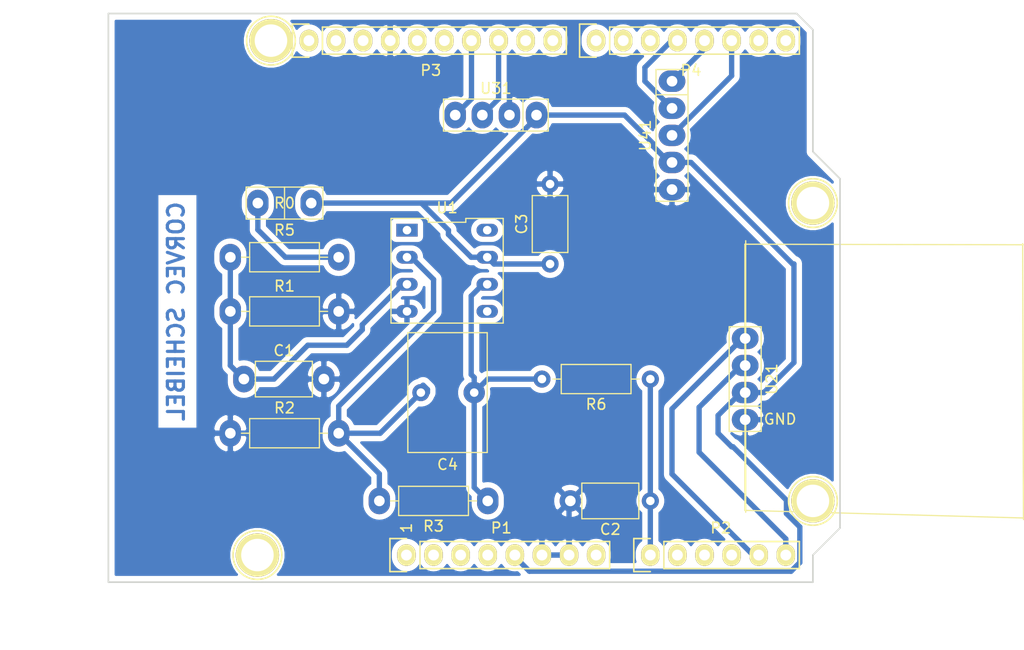
<source format=kicad_pcb>
(kicad_pcb (version 20171130) (host pcbnew "(5.1.2)-2")

  (general
    (thickness 1.6)
    (drawings 28)
    (tracks 102)
    (zones 0)
    (modules 22)
    (nets 40)
  )

  (page A4)
  (title_block
    (date "lun. 30 mars 2015")
  )

  (layers
    (0 F.Cu signal)
    (31 B.Cu signal)
    (32 B.Adhes user)
    (33 F.Adhes user)
    (34 B.Paste user)
    (35 F.Paste user)
    (36 B.SilkS user)
    (37 F.SilkS user)
    (38 B.Mask user)
    (39 F.Mask user)
    (40 Dwgs.User user)
    (41 Cmts.User user)
    (42 Eco1.User user)
    (43 Eco2.User user)
    (44 Edge.Cuts user)
    (45 Margin user)
    (46 B.CrtYd user)
    (47 F.CrtYd user)
    (48 B.Fab user)
    (49 F.Fab user)
  )

  (setup
    (last_trace_width 0.5)
    (trace_clearance 0.2)
    (zone_clearance 0.508)
    (zone_45_only no)
    (trace_min 0.2)
    (via_size 0.6)
    (via_drill 0.5)
    (via_min_size 0.4)
    (via_min_drill 0.3)
    (uvia_size 0.3)
    (uvia_drill 0.1)
    (uvias_allowed no)
    (uvia_min_size 0.2)
    (uvia_min_drill 0.1)
    (edge_width 0.15)
    (segment_width 0.15)
    (pcb_text_width 0.3)
    (pcb_text_size 1.5 1.5)
    (mod_edge_width 0.15)
    (mod_text_size 1 1)
    (mod_text_width 0.15)
    (pad_size 2 2.5)
    (pad_drill 1)
    (pad_to_mask_clearance 0)
    (aux_axis_origin 110.998 126.365)
    (visible_elements 7FFFFFFF)
    (pcbplotparams
      (layerselection 0x00000_fffffffe)
      (usegerberextensions false)
      (usegerberattributes false)
      (usegerberadvancedattributes false)
      (creategerberjobfile false)
      (excludeedgelayer true)
      (linewidth 0.100000)
      (plotframeref false)
      (viasonmask false)
      (mode 1)
      (useauxorigin false)
      (hpglpennumber 1)
      (hpglpenspeed 20)
      (hpglpendiameter 15.000000)
      (psnegative false)
      (psa4output false)
      (plotreference true)
      (plotvalue true)
      (plotinvisibletext false)
      (padsonsilk false)
      (subtractmaskfromsilk false)
      (outputformat 4)
      (mirror false)
      (drillshape 2)
      (scaleselection 1)
      (outputdirectory ""))
  )

  (net 0 "")
  (net 1 /IOREF)
  (net 2 /Reset)
  (net 3 +5V)
  (net 4 GND)
  (net 5 /Vin)
  (net 6 /A1)
  (net 7 /A2)
  (net 8 /A3)
  (net 9 /AREF)
  (net 10 "/9(**)")
  (net 11 /8)
  (net 12 /7)
  (net 13 "/6(**)")
  (net 14 "/5(**)")
  (net 15 "/1(Tx)")
  (net 16 "/0(Rx)")
  (net 17 "Net-(P5-Pad1)")
  (net 18 "Net-(P6-Pad1)")
  (net 19 "Net-(P7-Pad1)")
  (net 20 "Net-(P8-Pad1)")
  (net 21 "/13(SCK)")
  (net 22 "Net-(P1-Pad1)")
  (net 23 "/12(MISO)")
  (net 24 IN+)
  (net 25 ADC)
  (net 26 "Net-(C4-Pad1)")
  (net 27 IN-)
  (net 28 "Net-(P1-Pad4)")
  (net 29 SDA)
  (net 30 SCK)
  (net 31 TX)
  (net 32 RX)
  (net 33 CLK)
  (net 34 DATA)
  (net 35 SWITCH)
  (net 36 "Net-(R0-Pad2)")
  (net 37 "Net-(U1-Pad8)")
  (net 38 "Net-(U1-Pad1)")
  (net 39 "Net-(U1-Pad5)")

  (net_class Default "This is the default net class."
    (clearance 0.2)
    (trace_width 0.5)
    (via_dia 0.6)
    (via_drill 0.5)
    (uvia_dia 0.3)
    (uvia_drill 0.1)
    (add_net +5V)
    (add_net "/0(Rx)")
    (add_net "/1(Tx)")
    (add_net "/12(MISO)")
    (add_net "/13(SCK)")
    (add_net "/5(**)")
    (add_net "/6(**)")
    (add_net /7)
    (add_net /8)
    (add_net "/9(**)")
    (add_net /A1)
    (add_net /A2)
    (add_net /A3)
    (add_net /AREF)
    (add_net /IOREF)
    (add_net /Reset)
    (add_net /Vin)
    (add_net ADC)
    (add_net CLK)
    (add_net DATA)
    (add_net GND)
    (add_net IN+)
    (add_net IN-)
    (add_net "Net-(C4-Pad1)")
    (add_net "Net-(P1-Pad1)")
    (add_net "Net-(P1-Pad4)")
    (add_net "Net-(P5-Pad1)")
    (add_net "Net-(P6-Pad1)")
    (add_net "Net-(P7-Pad1)")
    (add_net "Net-(P8-Pad1)")
    (add_net "Net-(R0-Pad2)")
    (add_net "Net-(U1-Pad1)")
    (add_net "Net-(U1-Pad5)")
    (add_net "Net-(U1-Pad8)")
    (add_net RX)
    (add_net SCK)
    (add_net SDA)
    (add_net SWITCH)
    (add_net TX)
  )

  (module empreintes:BluetoothU3 (layer F.Cu) (tedit 6048C92E) (tstamp 60487B3E)
    (at 147.32 82.55 180)
    (path /60422C39)
    (fp_text reference U31 (at 0 2.5) (layer F.SilkS)
      (effects (font (size 1 1) (thickness 0.15)))
    )
    (fp_text value Bluetooth (at 0 -2.5) (layer F.Fab)
      (effects (font (size 1 1) (thickness 0.15)))
    )
    (fp_line (start -4.91 -1.5) (end 4.91 -1.5) (layer F.SilkS) (width 0.12))
    (fp_line (start 4.91 -1.5) (end 4.91 1.5) (layer F.SilkS) (width 0.12))
    (fp_line (start 4.91 1.5) (end -4.91 1.5) (layer F.SilkS) (width 0.12))
    (fp_line (start -4.91 1.5) (end -4.91 -1.5) (layer F.SilkS) (width 0.12))
    (fp_line (start -2.54 -1.5) (end -2.54 1.5) (layer F.SilkS) (width 0.12))
    (fp_line (start -4.66 -1.25) (end 4.66 -1.25) (layer F.CrtYd) (width 0.05))
    (fp_line (start 4.66 -1.25) (end 4.66 1.25) (layer F.CrtYd) (width 0.05))
    (fp_line (start 4.66 1.25) (end -4.66 1.25) (layer F.CrtYd) (width 0.05))
    (fp_line (start -4.66 1.25) (end -4.66 -1.25) (layer F.CrtYd) (width 0.05))
    (pad 1 thru_hole oval (at -3.81 0 180) (size 2 2.5) (drill 1) (layers *.Cu *.Mask)
      (net 3 +5V))
    (pad 2 thru_hole oval (at -1.27 0 180) (size 2 2.5) (drill 1) (layers *.Cu *.Mask)
      (net 4 GND))
    (pad 3 thru_hole oval (at 1.27 0 180) (size 2 2.5) (drill 1) (layers *.Cu *.Mask)
      (net 32 RX))
    (pad 4 thru_hole oval (at 3.81 0 180) (size 2 2.5) (drill 1) (layers *.Cu *.Mask)
      (net 31 TX))
  )

  (module empreintes:OLED (layer F.Cu) (tedit 6048CBA3) (tstamp 60487B2D)
    (at 170.688 107.315 90)
    (path /6047E22E)
    (fp_text reference U21 (at 0 2.5 90) (layer F.SilkS)
      (effects (font (size 1 1) (thickness 0.15)))
    )
    (fp_text value OLED_0.91 (at 0 -2.5 90) (layer F.Fab)
      (effects (font (size 1 1) (thickness 0.15)))
    )
    (fp_text user GND (at -3.7592 3.2766) (layer F.SilkS)
      (effects (font (size 1 1) (thickness 0.15)))
    )
    (fp_line (start -13.1826 26.0858) (end 12.7 26.0096) (layer F.SilkS) (width 0.12))
    (fp_line (start -12.319 -0.0254) (end -13.0302 26.035) (layer F.SilkS) (width 0.12))
    (fp_line (start 12.6492 -0.0254) (end -12.319 -0.0254) (layer F.SilkS) (width 0.12))
    (fp_line (start 12.5984 26.0604) (end 12.6492 -0.0254) (layer F.SilkS) (width 0.12))
    (fp_line (start -12.4968 0.0508) (end 12.9794 0.0508) (layer F.SilkS) (width 0.12))
    (fp_line (start -4.66 1.25) (end -4.66 -1.25) (layer F.CrtYd) (width 0.05))
    (fp_line (start 4.66 1.25) (end -4.66 1.25) (layer F.CrtYd) (width 0.05))
    (fp_line (start 4.66 -1.25) (end 4.66 1.25) (layer F.CrtYd) (width 0.05))
    (fp_line (start -4.66 -1.25) (end 4.66 -1.25) (layer F.CrtYd) (width 0.05))
    (fp_line (start -2.54 -1.5) (end -2.54 1.5) (layer F.SilkS) (width 0.12))
    (fp_line (start -4.91 1.5) (end -4.91 -1.5) (layer F.SilkS) (width 0.12))
    (fp_line (start 4.91 1.5) (end -4.91 1.5) (layer F.SilkS) (width 0.12))
    (fp_line (start 4.91 -1.5) (end 4.91 1.5) (layer F.SilkS) (width 0.12))
    (fp_line (start -4.91 -1.5) (end 4.91 -1.5) (layer F.SilkS) (width 0.12))
    (pad 4 thru_hole oval (at 3.81 0 90) (size 2 2.5) (drill 1) (layers *.Cu *.Mask)
      (net 29 SDA))
    (pad 3 thru_hole oval (at 1.27 0 90) (size 2 2.5) (drill 1) (layers *.Cu *.Mask)
      (net 30 SCK))
    (pad 2 thru_hole oval (at -1.27 0 90) (size 2 2.5) (drill 1) (layers *.Cu *.Mask)
      (net 3 +5V))
    (pad 1 thru_hole oval (at -3.81 0 90) (size 2 2.5) (drill 1) (layers *.Cu *.Mask)
      (net 4 GND))
  )

  (module Socket_Arduino_Uno:Socket_Strip_Arduino_1x08 locked (layer F.Cu) (tedit 552168D2) (tstamp 551AF9EA)
    (at 138.938 123.825)
    (descr "Through hole socket strip")
    (tags "socket strip")
    (path /56D70129)
    (fp_text reference P1 (at 8.89 -2.54) (layer F.SilkS)
      (effects (font (size 1 1) (thickness 0.15)))
    )
    (fp_text value Power (at 8.89 -4.064) (layer F.Fab)
      (effects (font (size 1 1) (thickness 0.15)))
    )
    (fp_line (start -1.75 -1.75) (end -1.75 1.75) (layer F.CrtYd) (width 0.05))
    (fp_line (start 19.55 -1.75) (end 19.55 1.75) (layer F.CrtYd) (width 0.05))
    (fp_line (start -1.75 -1.75) (end 19.55 -1.75) (layer F.CrtYd) (width 0.05))
    (fp_line (start -1.75 1.75) (end 19.55 1.75) (layer F.CrtYd) (width 0.05))
    (fp_line (start 1.27 1.27) (end 19.05 1.27) (layer F.SilkS) (width 0.15))
    (fp_line (start 19.05 1.27) (end 19.05 -1.27) (layer F.SilkS) (width 0.15))
    (fp_line (start 19.05 -1.27) (end 1.27 -1.27) (layer F.SilkS) (width 0.15))
    (fp_line (start -1.55 1.55) (end 0 1.55) (layer F.SilkS) (width 0.15))
    (fp_line (start 1.27 1.27) (end 1.27 -1.27) (layer F.SilkS) (width 0.15))
    (fp_line (start 0 -1.55) (end -1.55 -1.55) (layer F.SilkS) (width 0.15))
    (fp_line (start -1.55 -1.55) (end -1.55 1.55) (layer F.SilkS) (width 0.15))
    (pad 1 thru_hole oval (at 0 0) (size 1.7272 2.032) (drill 1.016) (layers *.Cu *.Mask F.SilkS)
      (net 22 "Net-(P1-Pad1)"))
    (pad 2 thru_hole oval (at 2.54 0) (size 1.7272 2.032) (drill 1.016) (layers *.Cu *.Mask F.SilkS)
      (net 1 /IOREF))
    (pad 3 thru_hole oval (at 5.08 0) (size 1.7272 2.032) (drill 1.016) (layers *.Cu *.Mask F.SilkS)
      (net 2 /Reset))
    (pad 4 thru_hole oval (at 7.62 0) (size 1.7272 2.032) (drill 1.016) (layers *.Cu *.Mask F.SilkS)
      (net 28 "Net-(P1-Pad4)"))
    (pad 5 thru_hole oval (at 10.16 0) (size 1.7272 2.032) (drill 1.016) (layers *.Cu *.Mask F.SilkS)
      (net 3 +5V))
    (pad 6 thru_hole oval (at 12.7 0) (size 1.7272 2.032) (drill 1.016) (layers *.Cu *.Mask F.SilkS)
      (net 4 GND))
    (pad 7 thru_hole oval (at 15.24 0) (size 1.7272 2.032) (drill 1.016) (layers *.Cu *.Mask F.SilkS)
      (net 4 GND))
    (pad 8 thru_hole oval (at 17.78 0) (size 1.7272 2.032) (drill 1.016) (layers *.Cu *.Mask F.SilkS)
      (net 5 /Vin))
    (model ${KIPRJMOD}/Socket_Arduino_Uno.3dshapes/Socket_header_Arduino_1x08.wrl
      (offset (xyz 8.889999866485596 0 0))
      (scale (xyz 1 1 1))
      (rotate (xyz 0 0 180))
    )
  )

  (module Socket_Arduino_Uno:Socket_Strip_Arduino_1x06 locked (layer F.Cu) (tedit 552168D6) (tstamp 551AF9FF)
    (at 161.798 123.825)
    (descr "Through hole socket strip")
    (tags "socket strip")
    (path /56D70DD8)
    (fp_text reference P2 (at 6.604 -2.54) (layer F.SilkS)
      (effects (font (size 1 1) (thickness 0.15)))
    )
    (fp_text value Analog (at 6.604 -4.064) (layer F.Fab)
      (effects (font (size 1 1) (thickness 0.15)))
    )
    (fp_line (start -1.75 -1.75) (end -1.75 1.75) (layer F.CrtYd) (width 0.05))
    (fp_line (start 14.45 -1.75) (end 14.45 1.75) (layer F.CrtYd) (width 0.05))
    (fp_line (start -1.75 -1.75) (end 14.45 -1.75) (layer F.CrtYd) (width 0.05))
    (fp_line (start -1.75 1.75) (end 14.45 1.75) (layer F.CrtYd) (width 0.05))
    (fp_line (start 1.27 1.27) (end 13.97 1.27) (layer F.SilkS) (width 0.15))
    (fp_line (start 13.97 1.27) (end 13.97 -1.27) (layer F.SilkS) (width 0.15))
    (fp_line (start 13.97 -1.27) (end 1.27 -1.27) (layer F.SilkS) (width 0.15))
    (fp_line (start -1.55 1.55) (end 0 1.55) (layer F.SilkS) (width 0.15))
    (fp_line (start 1.27 1.27) (end 1.27 -1.27) (layer F.SilkS) (width 0.15))
    (fp_line (start 0 -1.55) (end -1.55 -1.55) (layer F.SilkS) (width 0.15))
    (fp_line (start -1.55 -1.55) (end -1.55 1.55) (layer F.SilkS) (width 0.15))
    (pad 1 thru_hole oval (at 0 0) (size 1.7272 2.032) (drill 1.016) (layers *.Cu *.Mask F.SilkS)
      (net 25 ADC))
    (pad 2 thru_hole oval (at 2.54 0) (size 1.7272 2.032) (drill 1.016) (layers *.Cu *.Mask F.SilkS)
      (net 6 /A1))
    (pad 3 thru_hole oval (at 5.08 0) (size 1.7272 2.032) (drill 1.016) (layers *.Cu *.Mask F.SilkS)
      (net 7 /A2))
    (pad 4 thru_hole oval (at 7.62 0) (size 1.7272 2.032) (drill 1.016) (layers *.Cu *.Mask F.SilkS)
      (net 8 /A3))
    (pad 5 thru_hole oval (at 10.16 0) (size 1.7272 2.032) (drill 1.016) (layers *.Cu *.Mask F.SilkS)
      (net 29 SDA))
    (pad 6 thru_hole oval (at 12.7 0) (size 1.7272 2.032) (drill 1.016) (layers *.Cu *.Mask F.SilkS)
      (net 30 SCK))
    (model ${KIPRJMOD}/Socket_Arduino_Uno.3dshapes/Socket_header_Arduino_1x06.wrl
      (offset (xyz 6.349999904632568 0 0))
      (scale (xyz 1 1 1))
      (rotate (xyz 0 0 180))
    )
  )

  (module Socket_Arduino_Uno:Socket_Strip_Arduino_1x10 locked (layer F.Cu) (tedit 552168BF) (tstamp 551AFA18)
    (at 129.794 75.565)
    (descr "Through hole socket strip")
    (tags "socket strip")
    (path /56D721E0)
    (fp_text reference P3 (at 11.43 2.794) (layer F.SilkS)
      (effects (font (size 1 1) (thickness 0.15)))
    )
    (fp_text value Digital (at 11.43 4.318) (layer F.Fab)
      (effects (font (size 1 1) (thickness 0.15)))
    )
    (fp_line (start -1.75 -1.75) (end -1.75 1.75) (layer F.CrtYd) (width 0.05))
    (fp_line (start 24.65 -1.75) (end 24.65 1.75) (layer F.CrtYd) (width 0.05))
    (fp_line (start -1.75 -1.75) (end 24.65 -1.75) (layer F.CrtYd) (width 0.05))
    (fp_line (start -1.75 1.75) (end 24.65 1.75) (layer F.CrtYd) (width 0.05))
    (fp_line (start 1.27 1.27) (end 24.13 1.27) (layer F.SilkS) (width 0.15))
    (fp_line (start 24.13 1.27) (end 24.13 -1.27) (layer F.SilkS) (width 0.15))
    (fp_line (start 24.13 -1.27) (end 1.27 -1.27) (layer F.SilkS) (width 0.15))
    (fp_line (start -1.55 1.55) (end 0 1.55) (layer F.SilkS) (width 0.15))
    (fp_line (start 1.27 1.27) (end 1.27 -1.27) (layer F.SilkS) (width 0.15))
    (fp_line (start 0 -1.55) (end -1.55 -1.55) (layer F.SilkS) (width 0.15))
    (fp_line (start -1.55 -1.55) (end -1.55 1.55) (layer F.SilkS) (width 0.15))
    (pad 1 thru_hole oval (at 0 0) (size 1.7272 2.032) (drill 1.016) (layers *.Cu *.Mask F.SilkS)
      (net 30 SCK))
    (pad 2 thru_hole oval (at 2.54 0) (size 1.7272 2.032) (drill 1.016) (layers *.Cu *.Mask F.SilkS)
      (net 29 SDA))
    (pad 3 thru_hole oval (at 5.08 0) (size 1.7272 2.032) (drill 1.016) (layers *.Cu *.Mask F.SilkS)
      (net 9 /AREF))
    (pad 4 thru_hole oval (at 7.62 0) (size 1.7272 2.032) (drill 1.016) (layers *.Cu *.Mask F.SilkS)
      (net 4 GND))
    (pad 5 thru_hole oval (at 10.16 0) (size 1.7272 2.032) (drill 1.016) (layers *.Cu *.Mask F.SilkS)
      (net 21 "/13(SCK)"))
    (pad 6 thru_hole oval (at 12.7 0) (size 1.7272 2.032) (drill 1.016) (layers *.Cu *.Mask F.SilkS)
      (net 23 "/12(MISO)"))
    (pad 7 thru_hole oval (at 15.24 0) (size 1.7272 2.032) (drill 1.016) (layers *.Cu *.Mask F.SilkS)
      (net 31 TX))
    (pad 8 thru_hole oval (at 17.78 0) (size 1.7272 2.032) (drill 1.016) (layers *.Cu *.Mask F.SilkS)
      (net 32 RX))
    (pad 9 thru_hole oval (at 20.32 0) (size 1.7272 2.032) (drill 1.016) (layers *.Cu *.Mask F.SilkS)
      (net 10 "/9(**)"))
    (pad 10 thru_hole oval (at 22.86 0) (size 1.7272 2.032) (drill 1.016) (layers *.Cu *.Mask F.SilkS)
      (net 11 /8))
    (model ${KIPRJMOD}/Socket_Arduino_Uno.3dshapes/Socket_header_Arduino_1x10.wrl
      (offset (xyz 11.42999982833862 0 0))
      (scale (xyz 1 1 1))
      (rotate (xyz 0 0 180))
    )
  )

  (module Socket_Arduino_Uno:Socket_Strip_Arduino_1x08 locked (layer F.Cu) (tedit 552168C7) (tstamp 551AFA2F)
    (at 156.718 75.565)
    (descr "Through hole socket strip")
    (tags "socket strip")
    (path /56D7164F)
    (fp_text reference P4 (at 8.89 2.794) (layer F.SilkS)
      (effects (font (size 1 1) (thickness 0.15)))
    )
    (fp_text value Digital (at 8.89 4.318) (layer F.Fab)
      (effects (font (size 1 1) (thickness 0.15)))
    )
    (fp_line (start -1.75 -1.75) (end -1.75 1.75) (layer F.CrtYd) (width 0.05))
    (fp_line (start 19.55 -1.75) (end 19.55 1.75) (layer F.CrtYd) (width 0.05))
    (fp_line (start -1.75 -1.75) (end 19.55 -1.75) (layer F.CrtYd) (width 0.05))
    (fp_line (start -1.75 1.75) (end 19.55 1.75) (layer F.CrtYd) (width 0.05))
    (fp_line (start 1.27 1.27) (end 19.05 1.27) (layer F.SilkS) (width 0.15))
    (fp_line (start 19.05 1.27) (end 19.05 -1.27) (layer F.SilkS) (width 0.15))
    (fp_line (start 19.05 -1.27) (end 1.27 -1.27) (layer F.SilkS) (width 0.15))
    (fp_line (start -1.55 1.55) (end 0 1.55) (layer F.SilkS) (width 0.15))
    (fp_line (start 1.27 1.27) (end 1.27 -1.27) (layer F.SilkS) (width 0.15))
    (fp_line (start 0 -1.55) (end -1.55 -1.55) (layer F.SilkS) (width 0.15))
    (fp_line (start -1.55 -1.55) (end -1.55 1.55) (layer F.SilkS) (width 0.15))
    (pad 1 thru_hole oval (at 0 0) (size 1.7272 2.032) (drill 1.016) (layers *.Cu *.Mask F.SilkS)
      (net 12 /7))
    (pad 2 thru_hole oval (at 2.54 0) (size 1.7272 2.032) (drill 1.016) (layers *.Cu *.Mask F.SilkS)
      (net 13 "/6(**)"))
    (pad 3 thru_hole oval (at 5.08 0) (size 1.7272 2.032) (drill 1.016) (layers *.Cu *.Mask F.SilkS)
      (net 14 "/5(**)"))
    (pad 4 thru_hole oval (at 7.62 0) (size 1.7272 2.032) (drill 1.016) (layers *.Cu *.Mask F.SilkS)
      (net 34 DATA))
    (pad 5 thru_hole oval (at 10.16 0) (size 1.7272 2.032) (drill 1.016) (layers *.Cu *.Mask F.SilkS)
      (net 33 CLK))
    (pad 6 thru_hole oval (at 12.7 0) (size 1.7272 2.032) (drill 1.016) (layers *.Cu *.Mask F.SilkS)
      (net 35 SWITCH))
    (pad 7 thru_hole oval (at 15.24 0) (size 1.7272 2.032) (drill 1.016) (layers *.Cu *.Mask F.SilkS)
      (net 15 "/1(Tx)"))
    (pad 8 thru_hole oval (at 17.78 0) (size 1.7272 2.032) (drill 1.016) (layers *.Cu *.Mask F.SilkS)
      (net 16 "/0(Rx)"))
    (model ${KIPRJMOD}/Socket_Arduino_Uno.3dshapes/Socket_header_Arduino_1x08.wrl
      (offset (xyz 8.889999866485596 0 0))
      (scale (xyz 1 1 1))
      (rotate (xyz 0 0 180))
    )
  )

  (module Socket_Arduino_Uno:Arduino_1pin locked (layer F.Cu) (tedit 5524FC39) (tstamp 5524FC3F)
    (at 124.968 123.825)
    (descr "module 1 pin (ou trou mecanique de percage)")
    (tags DEV)
    (path /56D71177)
    (fp_text reference P5 (at 0 -3.048) (layer F.SilkS) hide
      (effects (font (size 1 1) (thickness 0.15)))
    )
    (fp_text value CONN_01X01 (at 0 2.794) (layer F.Fab) hide
      (effects (font (size 1 1) (thickness 0.15)))
    )
    (fp_circle (center 0 0) (end 0 -2.286) (layer F.SilkS) (width 0.15))
    (pad 1 thru_hole circle (at 0 0) (size 4.064 4.064) (drill 3.048) (layers *.Cu *.Mask F.SilkS)
      (net 17 "Net-(P5-Pad1)"))
  )

  (module Socket_Arduino_Uno:Arduino_1pin locked (layer F.Cu) (tedit 5524FC4A) (tstamp 5524FC44)
    (at 177.038 118.745)
    (descr "module 1 pin (ou trou mecanique de percage)")
    (tags DEV)
    (path /56D71274)
    (fp_text reference P6 (at 0 -3.048) (layer F.SilkS) hide
      (effects (font (size 1 1) (thickness 0.15)))
    )
    (fp_text value CONN_01X01 (at 0 2.794) (layer F.Fab) hide
      (effects (font (size 1 1) (thickness 0.15)))
    )
    (fp_circle (center 0 0) (end 0 -2.286) (layer F.SilkS) (width 0.15))
    (pad 1 thru_hole circle (at 0 0) (size 4.064 4.064) (drill 3.048) (layers *.Cu *.Mask F.SilkS)
      (net 18 "Net-(P6-Pad1)"))
  )

  (module Socket_Arduino_Uno:Arduino_1pin locked (layer F.Cu) (tedit 5524FC2F) (tstamp 5524FC49)
    (at 126.238 75.565)
    (descr "module 1 pin (ou trou mecanique de percage)")
    (tags DEV)
    (path /56D712A8)
    (fp_text reference P7 (at 0 -3.048) (layer F.SilkS) hide
      (effects (font (size 1 1) (thickness 0.15)))
    )
    (fp_text value CONN_01X01 (at 0 2.794) (layer F.Fab) hide
      (effects (font (size 1 1) (thickness 0.15)))
    )
    (fp_circle (center 0 0) (end 0 -2.286) (layer F.SilkS) (width 0.15))
    (pad 1 thru_hole circle (at 0 0) (size 4.064 4.064) (drill 3.048) (layers *.Cu *.Mask F.SilkS)
      (net 19 "Net-(P7-Pad1)"))
  )

  (module Socket_Arduino_Uno:Arduino_1pin locked (layer F.Cu) (tedit 5524FC41) (tstamp 5524FC4E)
    (at 177.038 90.805)
    (descr "module 1 pin (ou trou mecanique de percage)")
    (tags DEV)
    (path /56D712DB)
    (fp_text reference P8 (at 0 -3.048) (layer F.SilkS) hide
      (effects (font (size 1 1) (thickness 0.15)))
    )
    (fp_text value CONN_01X01 (at 0 2.794) (layer F.Fab) hide
      (effects (font (size 1 1) (thickness 0.15)))
    )
    (fp_circle (center 0 0) (end 0 -2.286) (layer F.SilkS) (width 0.15))
    (pad 1 thru_hole circle (at 0 0) (size 4.064 4.064) (drill 3.048) (layers *.Cu *.Mask F.SilkS)
      (net 20 "Net-(P8-Pad1)"))
  )

  (module Capacitor_THT:C_Axial_L5.1mm_D3.1mm_P7.50mm_Horizontal (layer F.Cu) (tedit 6048CABE) (tstamp 60487A41)
    (at 123.698 107.315)
    (descr "C, Axial series, Axial, Horizontal, pin pitch=7.5mm, , length*diameter=5.1*3.1mm^2, http://www.vishay.com/docs/45231/arseries.pdf")
    (tags "C Axial series Axial Horizontal pin pitch 7.5mm  length 5.1mm diameter 3.1mm")
    (path /60381B3E)
    (fp_text reference C1 (at 3.75 -2.67) (layer F.SilkS)
      (effects (font (size 1 1) (thickness 0.15)))
    )
    (fp_text value 100n (at 3.75 2.67) (layer F.Fab)
      (effects (font (size 1 1) (thickness 0.15)))
    )
    (fp_line (start 1.2 -1.55) (end 1.2 1.55) (layer F.Fab) (width 0.1))
    (fp_line (start 1.2 1.55) (end 6.3 1.55) (layer F.Fab) (width 0.1))
    (fp_line (start 6.3 1.55) (end 6.3 -1.55) (layer F.Fab) (width 0.1))
    (fp_line (start 6.3 -1.55) (end 1.2 -1.55) (layer F.Fab) (width 0.1))
    (fp_line (start 0 0) (end 1.2 0) (layer F.Fab) (width 0.1))
    (fp_line (start 7.5 0) (end 6.3 0) (layer F.Fab) (width 0.1))
    (fp_line (start 1.08 -1.67) (end 1.08 1.67) (layer F.SilkS) (width 0.12))
    (fp_line (start 1.08 1.67) (end 6.42 1.67) (layer F.SilkS) (width 0.12))
    (fp_line (start 6.42 1.67) (end 6.42 -1.67) (layer F.SilkS) (width 0.12))
    (fp_line (start 6.42 -1.67) (end 1.08 -1.67) (layer F.SilkS) (width 0.12))
    (fp_line (start 1.04 0) (end 1.08 0) (layer F.SilkS) (width 0.12))
    (fp_line (start 6.46 0) (end 6.42 0) (layer F.SilkS) (width 0.12))
    (fp_line (start -1.05 -1.8) (end -1.05 1.8) (layer F.CrtYd) (width 0.05))
    (fp_line (start -1.05 1.8) (end 8.55 1.8) (layer F.CrtYd) (width 0.05))
    (fp_line (start 8.55 1.8) (end 8.55 -1.8) (layer F.CrtYd) (width 0.05))
    (fp_line (start 8.55 -1.8) (end -1.05 -1.8) (layer F.CrtYd) (width 0.05))
    (fp_text user %R (at 3.884999 0) (layer F.Fab)
      (effects (font (size 1 1) (thickness 0.15)))
    )
    (pad 1 thru_hole oval (at 0 0) (size 2 2.5) (drill 1) (layers *.Cu *.Mask)
      (net 24 IN+))
    (pad 2 thru_hole oval (at 7.5 0) (size 2 2.5) (drill 1) (layers *.Cu *.Mask)
      (net 4 GND))
    (model ${KISYS3DMOD}/Capacitor_THT.3dshapes/C_Axial_L5.1mm_D3.1mm_P7.50mm_Horizontal.wrl
      (at (xyz 0 0 0))
      (scale (xyz 1 1 1))
      (rotate (xyz 0 0 0))
    )
  )

  (module Capacitor_THT:C_Axial_L5.1mm_D3.1mm_P7.50mm_Horizontal (layer F.Cu) (tedit 6048C831) (tstamp 60487A58)
    (at 161.798 118.745 180)
    (descr "C, Axial series, Axial, Horizontal, pin pitch=7.5mm, , length*diameter=5.1*3.1mm^2, http://www.vishay.com/docs/45231/arseries.pdf")
    (tags "C Axial series Axial Horizontal pin pitch 7.5mm  length 5.1mm diameter 3.1mm")
    (path /603A0A69)
    (fp_text reference C2 (at 3.75 -2.67) (layer F.SilkS)
      (effects (font (size 1 1) (thickness 0.15)))
    )
    (fp_text value 100n (at 3.75 2.67) (layer F.Fab)
      (effects (font (size 1 1) (thickness 0.15)))
    )
    (fp_line (start 1.2 -1.55) (end 1.2 1.55) (layer F.Fab) (width 0.1))
    (fp_line (start 1.2 1.55) (end 6.3 1.55) (layer F.Fab) (width 0.1))
    (fp_line (start 6.3 1.55) (end 6.3 -1.55) (layer F.Fab) (width 0.1))
    (fp_line (start 6.3 -1.55) (end 1.2 -1.55) (layer F.Fab) (width 0.1))
    (fp_line (start 0 0) (end 1.2 0) (layer F.Fab) (width 0.1))
    (fp_line (start 7.5 0) (end 6.3 0) (layer F.Fab) (width 0.1))
    (fp_line (start 1.08 -1.67) (end 1.08 1.67) (layer F.SilkS) (width 0.12))
    (fp_line (start 1.08 1.67) (end 6.42 1.67) (layer F.SilkS) (width 0.12))
    (fp_line (start 6.42 1.67) (end 6.42 -1.67) (layer F.SilkS) (width 0.12))
    (fp_line (start 6.42 -1.67) (end 1.08 -1.67) (layer F.SilkS) (width 0.12))
    (fp_line (start 1.04 0) (end 1.08 0) (layer F.SilkS) (width 0.12))
    (fp_line (start 6.46 0) (end 6.42 0) (layer F.SilkS) (width 0.12))
    (fp_line (start -1.05 -1.8) (end -1.05 1.8) (layer F.CrtYd) (width 0.05))
    (fp_line (start -1.05 1.8) (end 8.55 1.8) (layer F.CrtYd) (width 0.05))
    (fp_line (start 8.55 1.8) (end 8.55 -1.8) (layer F.CrtYd) (width 0.05))
    (fp_line (start 8.55 -1.8) (end -1.05 -1.8) (layer F.CrtYd) (width 0.05))
    (fp_text user %R (at 3.75 0) (layer F.Fab)
      (effects (font (size 1 1) (thickness 0.15)))
    )
    (pad 1 thru_hole circle (at 0 0 180) (size 1.6 1.6) (drill 0.8) (layers *.Cu *.Mask)
      (net 25 ADC))
    (pad 2 thru_hole circle (at 7.5 0 180) (size 2 2) (drill 1) (layers *.Cu *.Mask)
      (net 4 GND))
    (model ${KISYS3DMOD}/Capacitor_THT.3dshapes/C_Axial_L5.1mm_D3.1mm_P7.50mm_Horizontal.wrl
      (at (xyz 0 0 0))
      (scale (xyz 1 1 1))
      (rotate (xyz 0 0 0))
    )
  )

  (module Capacitor_THT:C_Axial_L5.1mm_D3.1mm_P7.50mm_Horizontal (layer F.Cu) (tedit 5AE50EF0) (tstamp 60487A6F)
    (at 152.4 96.52 90)
    (descr "C, Axial series, Axial, Horizontal, pin pitch=7.5mm, , length*diameter=5.1*3.1mm^2, http://www.vishay.com/docs/45231/arseries.pdf")
    (tags "C Axial series Axial Horizontal pin pitch 7.5mm  length 5.1mm diameter 3.1mm")
    (path /6039178F)
    (fp_text reference C3 (at 3.75 -2.67 90) (layer F.SilkS)
      (effects (font (size 1 1) (thickness 0.15)))
    )
    (fp_text value 100n (at 3.75 2.67 90) (layer F.Fab)
      (effects (font (size 1 1) (thickness 0.15)))
    )
    (fp_text user %R (at 3.75 0 90) (layer F.Fab)
      (effects (font (size 1 1) (thickness 0.15)))
    )
    (fp_line (start 8.55 -1.8) (end -1.05 -1.8) (layer F.CrtYd) (width 0.05))
    (fp_line (start 8.55 1.8) (end 8.55 -1.8) (layer F.CrtYd) (width 0.05))
    (fp_line (start -1.05 1.8) (end 8.55 1.8) (layer F.CrtYd) (width 0.05))
    (fp_line (start -1.05 -1.8) (end -1.05 1.8) (layer F.CrtYd) (width 0.05))
    (fp_line (start 6.46 0) (end 6.42 0) (layer F.SilkS) (width 0.12))
    (fp_line (start 1.04 0) (end 1.08 0) (layer F.SilkS) (width 0.12))
    (fp_line (start 6.42 -1.67) (end 1.08 -1.67) (layer F.SilkS) (width 0.12))
    (fp_line (start 6.42 1.67) (end 6.42 -1.67) (layer F.SilkS) (width 0.12))
    (fp_line (start 1.08 1.67) (end 6.42 1.67) (layer F.SilkS) (width 0.12))
    (fp_line (start 1.08 -1.67) (end 1.08 1.67) (layer F.SilkS) (width 0.12))
    (fp_line (start 7.5 0) (end 6.3 0) (layer F.Fab) (width 0.1))
    (fp_line (start 0 0) (end 1.2 0) (layer F.Fab) (width 0.1))
    (fp_line (start 6.3 -1.55) (end 1.2 -1.55) (layer F.Fab) (width 0.1))
    (fp_line (start 6.3 1.55) (end 6.3 -1.55) (layer F.Fab) (width 0.1))
    (fp_line (start 1.2 1.55) (end 6.3 1.55) (layer F.Fab) (width 0.1))
    (fp_line (start 1.2 -1.55) (end 1.2 1.55) (layer F.Fab) (width 0.1))
    (pad 2 thru_hole oval (at 7.5 0 90) (size 1.6 1.6) (drill 0.8) (layers *.Cu *.Mask)
      (net 4 GND))
    (pad 1 thru_hole circle (at 0 0 90) (size 1.6 1.6) (drill 0.8) (layers *.Cu *.Mask)
      (net 3 +5V))
    (model ${KISYS3DMOD}/Capacitor_THT.3dshapes/C_Axial_L5.1mm_D3.1mm_P7.50mm_Horizontal.wrl
      (at (xyz 0 0 0))
      (scale (xyz 1 1 1))
      (rotate (xyz 0 0 0))
    )
  )

  (module Capacitor_THT:C_Rect_L7.2mm_W11.0mm_P5.00mm_FKS2_FKP2_MKS2_MKP2 (layer F.Cu) (tedit 6048CB7D) (tstamp 60487A82)
    (at 145.288 108.585 180)
    (descr "C, Rect series, Radial, pin pitch=5.00mm, , length*width=7.2*11mm^2, Capacitor, http://www.wima.com/EN/WIMA_FKS_2.pdf")
    (tags "C Rect series Radial pin pitch 5.00mm  length 7.2mm width 11mm Capacitor")
    (path /6039B65E)
    (fp_text reference C4 (at 2.5 -6.75) (layer F.SilkS)
      (effects (font (size 1 1) (thickness 0.15)))
    )
    (fp_text value 1µ (at 2.5 6.75) (layer F.Fab)
      (effects (font (size 1 1) (thickness 0.15)))
    )
    (fp_line (start -1.1 -5.5) (end -1.1 5.5) (layer F.Fab) (width 0.1))
    (fp_line (start -1.1 5.5) (end 6.1 5.5) (layer F.Fab) (width 0.1))
    (fp_line (start 6.1 5.5) (end 6.1 -5.5) (layer F.Fab) (width 0.1))
    (fp_line (start 6.1 -5.5) (end -1.1 -5.5) (layer F.Fab) (width 0.1))
    (fp_line (start -1.22 -5.62) (end 6.22 -5.62) (layer F.SilkS) (width 0.12))
    (fp_line (start -1.22 5.62) (end 6.22 5.62) (layer F.SilkS) (width 0.12))
    (fp_line (start -1.22 -5.62) (end -1.22 5.62) (layer F.SilkS) (width 0.12))
    (fp_line (start 6.22 -5.62) (end 6.22 5.62) (layer F.SilkS) (width 0.12))
    (fp_line (start -1.35 -5.75) (end -1.35 5.75) (layer F.CrtYd) (width 0.05))
    (fp_line (start -1.35 5.75) (end 6.35 5.75) (layer F.CrtYd) (width 0.05))
    (fp_line (start 6.35 5.75) (end 6.35 -5.75) (layer F.CrtYd) (width 0.05))
    (fp_line (start 6.35 -5.75) (end -1.35 -5.75) (layer F.CrtYd) (width 0.05))
    (fp_text user %R (at 2.5 0) (layer F.Fab)
      (effects (font (size 1 1) (thickness 0.15)))
    )
    (pad 1 thru_hole circle (at 0 0 180) (size 2 2) (drill 0.8) (layers *.Cu *.Mask)
      (net 26 "Net-(C4-Pad1)"))
    (pad 2 thru_hole circle (at 5 0 180) (size 1.6 1.6) (drill 0.8) (layers *.Cu *.Mask)
      (net 27 IN-))
    (model ${KISYS3DMOD}/Capacitor_THT.3dshapes/C_Rect_L7.2mm_W11.0mm_P5.00mm_FKS2_FKP2_MKS2_MKP2.wrl
      (at (xyz 0 0 0))
      (scale (xyz 1 1 1))
      (rotate (xyz 0 0 0))
    )
  )

  (module empreintes:Rsensor (layer F.Cu) (tedit 6048CA84) (tstamp 60487A91)
    (at 127.508 90.805 180)
    (path /6037FC90)
    (fp_text reference R0 (at 0 0) (layer F.SilkS)
      (effects (font (size 1 1) (thickness 0.15)))
    )
    (fp_text value Rsensor (at 0 -2.5) (layer F.Fab)
      (effects (font (size 1 1) (thickness 0.15)))
    )
    (fp_line (start -3.6 -1.5) (end 3.6 -1.5) (layer F.SilkS) (width 0.12))
    (fp_line (start 3.6 -1.5) (end 3.6 1.5) (layer F.SilkS) (width 0.12))
    (fp_line (start 3.6 1.5) (end -3.6 1.5) (layer F.SilkS) (width 0.12))
    (fp_line (start -3.6 1.5) (end -3.6 -1.5) (layer F.SilkS) (width 0.12))
    (fp_line (start 0 -1.5) (end 0 1.5) (layer F.SilkS) (width 0.12))
    (fp_line (start -3.35 -1.25) (end 3.35 -1.25) (layer F.CrtYd) (width 0.05))
    (fp_line (start 3.35 -1.25) (end 3.35 1.25) (layer F.CrtYd) (width 0.05))
    (fp_line (start 3.35 1.25) (end -3.35 1.25) (layer F.CrtYd) (width 0.05))
    (fp_line (start -3.35 1.25) (end -3.35 -1.25) (layer F.CrtYd) (width 0.05))
    (pad 1 thru_hole oval (at -2.5 0 180) (size 2 2.5) (drill 1) (layers *.Cu *.Mask)
      (net 3 +5V))
    (pad 2 thru_hole oval (at 2.5 0 180) (size 2 2.5) (drill 1) (layers *.Cu *.Mask)
      (net 36 "Net-(R0-Pad2)"))
  )

  (module Resistor_THT:R_Axial_DIN0207_L6.3mm_D2.5mm_P10.16mm_Horizontal (layer F.Cu) (tedit 6048CAAC) (tstamp 60487AA8)
    (at 122.428 100.965)
    (descr "Resistor, Axial_DIN0207 series, Axial, Horizontal, pin pitch=10.16mm, 0.25W = 1/4W, length*diameter=6.3*2.5mm^2, http://cdn-reichelt.de/documents/datenblatt/B400/1_4W%23YAG.pdf")
    (tags "Resistor Axial_DIN0207 series Axial Horizontal pin pitch 10.16mm 0.25W = 1/4W length 6.3mm diameter 2.5mm")
    (path /603820ED)
    (fp_text reference R1 (at 5.08 -2.37) (layer F.SilkS)
      (effects (font (size 1 1) (thickness 0.15)))
    )
    (fp_text value 100k (at 5.08 2.37) (layer F.Fab)
      (effects (font (size 1 1) (thickness 0.15)))
    )
    (fp_text user %R (at 5.08 0) (layer F.Fab)
      (effects (font (size 1 1) (thickness 0.15)))
    )
    (fp_line (start 11.21 -1.5) (end -1.05 -1.5) (layer F.CrtYd) (width 0.05))
    (fp_line (start 11.21 1.5) (end 11.21 -1.5) (layer F.CrtYd) (width 0.05))
    (fp_line (start -1.05 1.5) (end 11.21 1.5) (layer F.CrtYd) (width 0.05))
    (fp_line (start -1.05 -1.5) (end -1.05 1.5) (layer F.CrtYd) (width 0.05))
    (fp_line (start 9.12 0) (end 8.35 0) (layer F.SilkS) (width 0.12))
    (fp_line (start 1.04 0) (end 1.81 0) (layer F.SilkS) (width 0.12))
    (fp_line (start 8.35 -1.37) (end 1.81 -1.37) (layer F.SilkS) (width 0.12))
    (fp_line (start 8.35 1.37) (end 8.35 -1.37) (layer F.SilkS) (width 0.12))
    (fp_line (start 1.81 1.37) (end 8.35 1.37) (layer F.SilkS) (width 0.12))
    (fp_line (start 1.81 -1.37) (end 1.81 1.37) (layer F.SilkS) (width 0.12))
    (fp_line (start 10.16 0) (end 8.23 0) (layer F.Fab) (width 0.1))
    (fp_line (start 0 0) (end 1.93 0) (layer F.Fab) (width 0.1))
    (fp_line (start 8.23 -1.25) (end 1.93 -1.25) (layer F.Fab) (width 0.1))
    (fp_line (start 8.23 1.25) (end 8.23 -1.25) (layer F.Fab) (width 0.1))
    (fp_line (start 1.93 1.25) (end 8.23 1.25) (layer F.Fab) (width 0.1))
    (fp_line (start 1.93 -1.25) (end 1.93 1.25) (layer F.Fab) (width 0.1))
    (pad 2 thru_hole oval (at 10.16 0) (size 2 2.5) (drill 1) (layers *.Cu *.Mask)
      (net 4 GND))
    (pad 1 thru_hole oval (at 0 0) (size 2 2.5) (drill 1) (layers *.Cu *.Mask)
      (net 24 IN+))
    (model ${KISYS3DMOD}/Resistor_THT.3dshapes/R_Axial_DIN0207_L6.3mm_D2.5mm_P10.16mm_Horizontal.wrl
      (at (xyz 0 0 0))
      (scale (xyz 1 1 1))
      (rotate (xyz 0 0 0))
    )
  )

  (module Resistor_THT:R_Axial_DIN0207_L6.3mm_D2.5mm_P10.16mm_Horizontal (layer F.Cu) (tedit 6048CAD2) (tstamp 60487ABF)
    (at 122.428 112.395)
    (descr "Resistor, Axial_DIN0207 series, Axial, Horizontal, pin pitch=10.16mm, 0.25W = 1/4W, length*diameter=6.3*2.5mm^2, http://cdn-reichelt.de/documents/datenblatt/B400/1_4W%23YAG.pdf")
    (tags "Resistor Axial_DIN0207 series Axial Horizontal pin pitch 10.16mm 0.25W = 1/4W length 6.3mm diameter 2.5mm")
    (path /6039C6A6)
    (fp_text reference R2 (at 5.08 -2.37) (layer F.SilkS)
      (effects (font (size 1 1) (thickness 0.15)))
    )
    (fp_text value 1k (at 5.08 2.37) (layer F.Fab)
      (effects (font (size 1 1) (thickness 0.15)))
    )
    (fp_line (start 1.93 -1.25) (end 1.93 1.25) (layer F.Fab) (width 0.1))
    (fp_line (start 1.93 1.25) (end 8.23 1.25) (layer F.Fab) (width 0.1))
    (fp_line (start 8.23 1.25) (end 8.23 -1.25) (layer F.Fab) (width 0.1))
    (fp_line (start 8.23 -1.25) (end 1.93 -1.25) (layer F.Fab) (width 0.1))
    (fp_line (start 0 0) (end 1.93 0) (layer F.Fab) (width 0.1))
    (fp_line (start 10.16 0) (end 8.23 0) (layer F.Fab) (width 0.1))
    (fp_line (start 1.81 -1.37) (end 1.81 1.37) (layer F.SilkS) (width 0.12))
    (fp_line (start 1.81 1.37) (end 8.35 1.37) (layer F.SilkS) (width 0.12))
    (fp_line (start 8.35 1.37) (end 8.35 -1.37) (layer F.SilkS) (width 0.12))
    (fp_line (start 8.35 -1.37) (end 1.81 -1.37) (layer F.SilkS) (width 0.12))
    (fp_line (start 1.04 0) (end 1.81 0) (layer F.SilkS) (width 0.12))
    (fp_line (start 9.12 0) (end 8.35 0) (layer F.SilkS) (width 0.12))
    (fp_line (start -1.05 -1.5) (end -1.05 1.5) (layer F.CrtYd) (width 0.05))
    (fp_line (start -1.05 1.5) (end 11.21 1.5) (layer F.CrtYd) (width 0.05))
    (fp_line (start 11.21 1.5) (end 11.21 -1.5) (layer F.CrtYd) (width 0.05))
    (fp_line (start 11.21 -1.5) (end -1.05 -1.5) (layer F.CrtYd) (width 0.05))
    (fp_text user %R (at 5.08 0) (layer F.Fab)
      (effects (font (size 1 1) (thickness 0.15)))
    )
    (pad 1 thru_hole oval (at 0 0) (size 2 2.5) (drill 1) (layers *.Cu *.Mask)
      (net 4 GND))
    (pad 2 thru_hole oval (at 10.16 0) (size 2 2.5) (drill 1) (layers *.Cu *.Mask)
      (net 27 IN-))
    (model ${KISYS3DMOD}/Resistor_THT.3dshapes/R_Axial_DIN0207_L6.3mm_D2.5mm_P10.16mm_Horizontal.wrl
      (at (xyz 0 0 0))
      (scale (xyz 1 1 1))
      (rotate (xyz 0 0 0))
    )
  )

  (module Resistor_THT:R_Axial_DIN0207_L6.3mm_D2.5mm_P10.16mm_Horizontal (layer F.Cu) (tedit 6048CAE6) (tstamp 60487AD6)
    (at 146.558 118.745 180)
    (descr "Resistor, Axial_DIN0207 series, Axial, Horizontal, pin pitch=10.16mm, 0.25W = 1/4W, length*diameter=6.3*2.5mm^2, http://cdn-reichelt.de/documents/datenblatt/B400/1_4W%23YAG.pdf")
    (tags "Resistor Axial_DIN0207 series Axial Horizontal pin pitch 10.16mm 0.25W = 1/4W length 6.3mm diameter 2.5mm")
    (path /6039AED5)
    (fp_text reference R3 (at 5.08 -2.37) (layer F.SilkS)
      (effects (font (size 1 1) (thickness 0.15)))
    )
    (fp_text value 100k (at 5.08 2.37) (layer F.Fab)
      (effects (font (size 1 1) (thickness 0.15)))
    )
    (fp_line (start 1.93 -1.25) (end 1.93 1.25) (layer F.Fab) (width 0.1))
    (fp_line (start 1.93 1.25) (end 8.23 1.25) (layer F.Fab) (width 0.1))
    (fp_line (start 8.23 1.25) (end 8.23 -1.25) (layer F.Fab) (width 0.1))
    (fp_line (start 8.23 -1.25) (end 1.93 -1.25) (layer F.Fab) (width 0.1))
    (fp_line (start 0 0) (end 1.93 0) (layer F.Fab) (width 0.1))
    (fp_line (start 10.16 0) (end 8.23 0) (layer F.Fab) (width 0.1))
    (fp_line (start 1.81 -1.37) (end 1.81 1.37) (layer F.SilkS) (width 0.12))
    (fp_line (start 1.81 1.37) (end 8.35 1.37) (layer F.SilkS) (width 0.12))
    (fp_line (start 8.35 1.37) (end 8.35 -1.37) (layer F.SilkS) (width 0.12))
    (fp_line (start 8.35 -1.37) (end 1.81 -1.37) (layer F.SilkS) (width 0.12))
    (fp_line (start 1.04 0) (end 1.81 0) (layer F.SilkS) (width 0.12))
    (fp_line (start 9.12 0) (end 8.35 0) (layer F.SilkS) (width 0.12))
    (fp_line (start -1.05 -1.5) (end -1.05 1.5) (layer F.CrtYd) (width 0.05))
    (fp_line (start -1.05 1.5) (end 11.21 1.5) (layer F.CrtYd) (width 0.05))
    (fp_line (start 11.21 1.5) (end 11.21 -1.5) (layer F.CrtYd) (width 0.05))
    (fp_line (start 11.21 -1.5) (end -1.05 -1.5) (layer F.CrtYd) (width 0.05))
    (fp_text user %R (at 5.08 0) (layer F.Fab)
      (effects (font (size 1 1) (thickness 0.15)))
    )
    (pad 1 thru_hole oval (at 0 0 180) (size 2 2.5) (drill 1) (layers *.Cu *.Mask)
      (net 26 "Net-(C4-Pad1)"))
    (pad 2 thru_hole oval (at 10.16 0 180) (size 2 2.5) (drill 1) (layers *.Cu *.Mask)
      (net 27 IN-))
    (model ${KISYS3DMOD}/Resistor_THT.3dshapes/R_Axial_DIN0207_L6.3mm_D2.5mm_P10.16mm_Horizontal.wrl
      (at (xyz 0 0 0))
      (scale (xyz 1 1 1))
      (rotate (xyz 0 0 0))
    )
  )

  (module Resistor_THT:R_Axial_DIN0207_L6.3mm_D2.5mm_P10.16mm_Horizontal (layer F.Cu) (tedit 6048CA98) (tstamp 60487AED)
    (at 122.428 95.885)
    (descr "Resistor, Axial_DIN0207 series, Axial, Horizontal, pin pitch=10.16mm, 0.25W = 1/4W, length*diameter=6.3*2.5mm^2, http://cdn-reichelt.de/documents/datenblatt/B400/1_4W%23YAG.pdf")
    (tags "Resistor Axial_DIN0207 series Axial Horizontal pin pitch 10.16mm 0.25W = 1/4W length 6.3mm diameter 2.5mm")
    (path /60380498)
    (fp_text reference R5 (at 5.08 -2.54) (layer F.SilkS)
      (effects (font (size 1 1) (thickness 0.15)))
    )
    (fp_text value 10k (at 5.08 2.37) (layer F.Fab)
      (effects (font (size 1 1) (thickness 0.15)))
    )
    (fp_line (start 1.93 -1.25) (end 1.93 1.25) (layer F.Fab) (width 0.1))
    (fp_line (start 1.93 1.25) (end 8.23 1.25) (layer F.Fab) (width 0.1))
    (fp_line (start 8.23 1.25) (end 8.23 -1.25) (layer F.Fab) (width 0.1))
    (fp_line (start 8.23 -1.25) (end 1.93 -1.25) (layer F.Fab) (width 0.1))
    (fp_line (start 0 0) (end 1.93 0) (layer F.Fab) (width 0.1))
    (fp_line (start 10.16 0) (end 8.23 0) (layer F.Fab) (width 0.1))
    (fp_line (start 1.81 -1.37) (end 1.81 1.37) (layer F.SilkS) (width 0.12))
    (fp_line (start 1.81 1.37) (end 8.35 1.37) (layer F.SilkS) (width 0.12))
    (fp_line (start 8.35 1.37) (end 8.35 -1.37) (layer F.SilkS) (width 0.12))
    (fp_line (start 8.35 -1.37) (end 1.81 -1.37) (layer F.SilkS) (width 0.12))
    (fp_line (start 1.04 0) (end 1.81 0) (layer F.SilkS) (width 0.12))
    (fp_line (start 9.12 0) (end 8.35 0) (layer F.SilkS) (width 0.12))
    (fp_line (start -1.05 -1.5) (end -1.05 1.5) (layer F.CrtYd) (width 0.05))
    (fp_line (start -1.05 1.5) (end 11.21 1.5) (layer F.CrtYd) (width 0.05))
    (fp_line (start 11.21 1.5) (end 11.21 -1.5) (layer F.CrtYd) (width 0.05))
    (fp_line (start 11.21 -1.5) (end -1.05 -1.5) (layer F.CrtYd) (width 0.05))
    (fp_text user %R (at 5.08 0) (layer F.Fab)
      (effects (font (size 1 1) (thickness 0.15)))
    )
    (pad 1 thru_hole oval (at 0 0) (size 2 2.5) (drill 1) (layers *.Cu *.Mask)
      (net 24 IN+))
    (pad 2 thru_hole oval (at 10.16 0) (size 2 2.5) (drill 1) (layers *.Cu *.Mask)
      (net 36 "Net-(R0-Pad2)"))
    (model ${KISYS3DMOD}/Resistor_THT.3dshapes/R_Axial_DIN0207_L6.3mm_D2.5mm_P10.16mm_Horizontal.wrl
      (at (xyz 0 0 0))
      (scale (xyz 1 1 1))
      (rotate (xyz 0 0 0))
    )
  )

  (module Resistor_THT:R_Axial_DIN0207_L6.3mm_D2.5mm_P10.16mm_Horizontal (layer F.Cu) (tedit 5AE5139B) (tstamp 60487B04)
    (at 161.798 107.315 180)
    (descr "Resistor, Axial_DIN0207 series, Axial, Horizontal, pin pitch=10.16mm, 0.25W = 1/4W, length*diameter=6.3*2.5mm^2, http://cdn-reichelt.de/documents/datenblatt/B400/1_4W%23YAG.pdf")
    (tags "Resistor Axial_DIN0207 series Axial Horizontal pin pitch 10.16mm 0.25W = 1/4W length 6.3mm diameter 2.5mm")
    (path /6039BD7B)
    (fp_text reference R6 (at 5.08 -2.37) (layer F.SilkS)
      (effects (font (size 1 1) (thickness 0.15)))
    )
    (fp_text value 1k (at 5.08 2.37) (layer F.Fab)
      (effects (font (size 1 1) (thickness 0.15)))
    )
    (fp_text user %R (at 5.08 0) (layer F.Fab)
      (effects (font (size 1 1) (thickness 0.15)))
    )
    (fp_line (start 11.21 -1.5) (end -1.05 -1.5) (layer F.CrtYd) (width 0.05))
    (fp_line (start 11.21 1.5) (end 11.21 -1.5) (layer F.CrtYd) (width 0.05))
    (fp_line (start -1.05 1.5) (end 11.21 1.5) (layer F.CrtYd) (width 0.05))
    (fp_line (start -1.05 -1.5) (end -1.05 1.5) (layer F.CrtYd) (width 0.05))
    (fp_line (start 9.12 0) (end 8.35 0) (layer F.SilkS) (width 0.12))
    (fp_line (start 1.04 0) (end 1.81 0) (layer F.SilkS) (width 0.12))
    (fp_line (start 8.35 -1.37) (end 1.81 -1.37) (layer F.SilkS) (width 0.12))
    (fp_line (start 8.35 1.37) (end 8.35 -1.37) (layer F.SilkS) (width 0.12))
    (fp_line (start 1.81 1.37) (end 8.35 1.37) (layer F.SilkS) (width 0.12))
    (fp_line (start 1.81 -1.37) (end 1.81 1.37) (layer F.SilkS) (width 0.12))
    (fp_line (start 10.16 0) (end 8.23 0) (layer F.Fab) (width 0.1))
    (fp_line (start 0 0) (end 1.93 0) (layer F.Fab) (width 0.1))
    (fp_line (start 8.23 -1.25) (end 1.93 -1.25) (layer F.Fab) (width 0.1))
    (fp_line (start 8.23 1.25) (end 8.23 -1.25) (layer F.Fab) (width 0.1))
    (fp_line (start 1.93 1.25) (end 8.23 1.25) (layer F.Fab) (width 0.1))
    (fp_line (start 1.93 -1.25) (end 1.93 1.25) (layer F.Fab) (width 0.1))
    (pad 2 thru_hole oval (at 10.16 0 180) (size 1.6 1.6) (drill 0.8) (layers *.Cu *.Mask)
      (net 26 "Net-(C4-Pad1)"))
    (pad 1 thru_hole circle (at 0 0 180) (size 1.6 1.6) (drill 0.8) (layers *.Cu *.Mask)
      (net 25 ADC))
    (model ${KISYS3DMOD}/Resistor_THT.3dshapes/R_Axial_DIN0207_L6.3mm_D2.5mm_P10.16mm_Horizontal.wrl
      (at (xyz 0 0 0))
      (scale (xyz 1 1 1))
      (rotate (xyz 0 0 0))
    )
  )

  (module empreintes:AOP (layer F.Cu) (tedit 6048CB6B) (tstamp 60487B1C)
    (at 142.748 97.155 270)
    (path /6046332C)
    (fp_text reference U1 (at -5.91 0) (layer F.SilkS)
      (effects (font (size 1 1) (thickness 0.15)))
    )
    (fp_text value AOP (at 0 0 90) (layer F.Fab)
      (effects (font (size 1 1) (thickness 0.15)))
    )
    (fp_line (start -4.91 5.26) (end 4.91 5.26) (layer F.SilkS) (width 0.12))
    (fp_line (start 4.91 5.26) (end 4.91 -5.26) (layer F.SilkS) (width 0.12))
    (fp_line (start 4.91 -5.26) (end -4.91 -5.26) (layer F.SilkS) (width 0.12))
    (fp_line (start -4.91 -5.26) (end -4.91 -1.753333) (layer F.SilkS) (width 0.12))
    (fp_line (start -4.91 -1.753333) (end -4.55 -1.753333) (layer F.SilkS) (width 0.12))
    (fp_line (start -4.55 -1.753333) (end -4.55 1.753333) (layer F.SilkS) (width 0.12))
    (fp_line (start -4.55 1.753333) (end -4.91 1.753333) (layer F.SilkS) (width 0.12))
    (fp_line (start -4.91 1.753333) (end -4.91 5.26) (layer F.SilkS) (width 0.12))
    (fp_line (start -4.66 -5.01) (end 4.66 -5.01) (layer F.CrtYd) (width 0.05))
    (fp_line (start 4.66 -5.01) (end 4.66 5.01) (layer F.CrtYd) (width 0.05))
    (fp_line (start 4.66 5.01) (end -4.66 5.01) (layer F.CrtYd) (width 0.05))
    (fp_line (start -4.66 5.01) (end -4.66 -5.01) (layer F.CrtYd) (width 0.05))
    (pad 8 thru_hole oval (at -3.81 -3.76 270) (size 1.2 2) (drill 0.8) (layers *.Cu *.Mask)
      (net 37 "Net-(U1-Pad8)"))
    (pad 1 thru_hole rect (at -3.81 3.76 270) (size 1.2 2) (drill 0.8) (layers *.Cu *.Mask)
      (net 38 "Net-(U1-Pad1)"))
    (pad 7 thru_hole oval (at -1.27 -3.76 270) (size 1.2 2) (drill 0.8) (layers *.Cu *.Mask)
      (net 3 +5V))
    (pad 2 thru_hole oval (at -1.27 3.76 270) (size 1.2 2) (drill 0.8) (layers *.Cu *.Mask)
      (net 27 IN-))
    (pad 6 thru_hole oval (at 1.27 -3.76 270) (size 1.2 2) (drill 0.8) (layers *.Cu *.Mask)
      (net 26 "Net-(C4-Pad1)"))
    (pad 3 thru_hole oval (at 1.27 3.76 270) (size 1.2 2) (drill 0.8) (layers *.Cu *.Mask)
      (net 24 IN+))
    (pad 5 thru_hole oval (at 3.81 -3.76 270) (size 1.2 2) (drill 0.8) (layers *.Cu *.Mask)
      (net 39 "Net-(U1-Pad5)"))
    (pad 4 thru_hole oval (at 3.81 3.76 270) (size 1.2 2) (drill 0.8) (layers *.Cu *.Mask)
      (net 4 GND))
  )

  (module empreintes:Encodeur (layer F.Cu) (tedit 6048C780) (tstamp 60487B50)
    (at 163.83 84.455 270)
    (path /6048A284)
    (fp_text reference U41 (at 0 2.5 90) (layer F.SilkS)
      (effects (font (size 1 1) (thickness 0.15)))
    )
    (fp_text value KY_040 (at 0 -2.5 90) (layer F.Fab)
      (effects (font (size 1 1) (thickness 0.15)))
    )
    (fp_line (start -6.18 -1.5) (end 6.18 -1.5) (layer F.SilkS) (width 0.12))
    (fp_line (start 6.18 -1.5) (end 6.18 1.5) (layer F.SilkS) (width 0.12))
    (fp_line (start 6.18 1.5) (end -6.18 1.5) (layer F.SilkS) (width 0.12))
    (fp_line (start -6.18 1.5) (end -6.18 -1.5) (layer F.SilkS) (width 0.12))
    (fp_line (start -3.81 -1.5) (end -3.81 1.5) (layer F.SilkS) (width 0.12))
    (fp_line (start -5.93 -1.25) (end 5.93 -1.25) (layer F.CrtYd) (width 0.05))
    (fp_line (start 5.93 -1.25) (end 5.93 1.25) (layer F.CrtYd) (width 0.05))
    (fp_line (start 5.93 1.25) (end -5.93 1.25) (layer F.CrtYd) (width 0.05))
    (fp_line (start -5.93 1.25) (end -5.93 -1.25) (layer F.CrtYd) (width 0.05))
    (pad 1 thru_hole oval (at -5.08 0 270) (size 2 2.5) (drill 1) (layers *.Cu *.Mask)
      (net 33 CLK))
    (pad 2 thru_hole oval (at -2.54 0 270) (size 2 2.5) (drill 1) (layers *.Cu *.Mask)
      (net 34 DATA))
    (pad 3 thru_hole oval (at 0 0 270) (size 2 2.5) (drill 1) (layers *.Cu *.Mask)
      (net 35 SWITCH))
    (pad 4 thru_hole oval (at 2.54 0 270) (size 2 2.5) (drill 1) (layers *.Cu *.Mask)
      (net 3 +5V))
    (pad 5 thru_hole oval (at 5.08 0 270) (size 2 2.5) (drill 1) (layers *.Cu *.Mask)
      (net 4 GND))
  )

  (gr_text "CORVEC SCHEIBEL" (at 117.348 100.965 90) (layer B.Cu)
    (effects (font (size 1.5 1.5) (thickness 0.3)) (justify mirror))
  )
  (gr_text 1 (at 138.938 121.285 90) (layer F.SilkS)
    (effects (font (size 1 1) (thickness 0.15)))
  )
  (gr_circle (center 117.348 76.962) (end 118.618 76.962) (layer Dwgs.User) (width 0.15))
  (gr_line (start 114.427 78.994) (end 114.427 74.93) (angle 90) (layer Dwgs.User) (width 0.15))
  (gr_line (start 120.269 78.994) (end 114.427 78.994) (angle 90) (layer Dwgs.User) (width 0.15))
  (gr_line (start 120.269 74.93) (end 120.269 78.994) (angle 90) (layer Dwgs.User) (width 0.15))
  (gr_line (start 114.427 74.93) (end 120.269 74.93) (angle 90) (layer Dwgs.User) (width 0.15))
  (gr_line (start 120.523 93.98) (end 104.648 93.98) (angle 90) (layer Dwgs.User) (width 0.15))
  (gr_line (start 177.038 74.549) (end 175.514 73.025) (angle 90) (layer Edge.Cuts) (width 0.15))
  (gr_line (start 177.038 85.979) (end 177.038 74.549) (angle 90) (layer Edge.Cuts) (width 0.15))
  (gr_line (start 179.578 88.519) (end 177.038 85.979) (angle 90) (layer Edge.Cuts) (width 0.15))
  (gr_line (start 179.578 121.285) (end 179.578 88.519) (angle 90) (layer Edge.Cuts) (width 0.15))
  (gr_line (start 177.038 123.825) (end 179.578 121.285) (angle 90) (layer Edge.Cuts) (width 0.15))
  (gr_line (start 177.038 126.365) (end 177.038 123.825) (angle 90) (layer Edge.Cuts) (width 0.15))
  (gr_line (start 110.998 126.365) (end 177.038 126.365) (angle 90) (layer Edge.Cuts) (width 0.15))
  (gr_line (start 110.998 73.025) (end 110.998 126.365) (angle 90) (layer Edge.Cuts) (width 0.15))
  (gr_line (start 175.514 73.025) (end 110.998 73.025) (angle 90) (layer Edge.Cuts) (width 0.15))
  (gr_line (start 173.355 102.235) (end 173.355 94.615) (angle 90) (layer Dwgs.User) (width 0.15))
  (gr_line (start 178.435 102.235) (end 173.355 102.235) (angle 90) (layer Dwgs.User) (width 0.15))
  (gr_line (start 178.435 94.615) (end 178.435 102.235) (angle 90) (layer Dwgs.User) (width 0.15))
  (gr_line (start 173.355 94.615) (end 178.435 94.615) (angle 90) (layer Dwgs.User) (width 0.15))
  (gr_line (start 109.093 123.19) (end 109.093 114.3) (angle 90) (layer Dwgs.User) (width 0.15))
  (gr_line (start 122.428 123.19) (end 109.093 123.19) (angle 90) (layer Dwgs.User) (width 0.15))
  (gr_line (start 122.428 114.3) (end 122.428 123.19) (angle 90) (layer Dwgs.User) (width 0.15))
  (gr_line (start 109.093 114.3) (end 122.428 114.3) (angle 90) (layer Dwgs.User) (width 0.15))
  (gr_line (start 104.648 93.98) (end 104.648 82.55) (angle 90) (layer Dwgs.User) (width 0.15))
  (gr_line (start 120.523 82.55) (end 120.523 93.98) (angle 90) (layer Dwgs.User) (width 0.15))
  (gr_line (start 104.648 82.55) (end 120.523 82.55) (angle 90) (layer Dwgs.User) (width 0.15))

  (segment (start 154.178 118.865) (end 154.298 118.745) (width 0.5) (layer B.Cu) (net 4))
  (segment (start 154.178 123.825) (end 154.178 118.865) (width 0.5) (layer B.Cu) (net 4))
  (segment (start 122.428 95.885) (end 122.428 100.965) (width 0.5) (layer B.Cu) (net 24))
  (segment (start 122.428 106.045) (end 123.698 107.315) (width 0.5) (layer B.Cu) (net 24))
  (segment (start 122.428 100.965) (end 122.428 106.045) (width 0.5) (layer B.Cu) (net 24))
  (segment (start 138.588 98.425) (end 138.988 98.425) (width 0.5) (layer B.Cu) (net 24))
  (segment (start 134.797999 102.215001) (end 138.588 98.425) (width 0.5) (layer B.Cu) (net 24))
  (segment (start 123.698 107.315) (end 126.518038 107.315) (width 0.5) (layer B.Cu) (net 24))
  (segment (start 161.798 118.745) (end 161.798 123.825) (width 0.5) (layer B.Cu) (net 25))
  (segment (start 145.497954 107.884992) (end 145.742981 108.130019) (width 0.5) (layer B.Cu) (net 26))
  (segment (start 144.918046 107.884992) (end 145.497954 107.884992) (width 0.5) (layer B.Cu) (net 26))
  (segment (start 145.288 117.475) (end 146.558 118.745) (width 0.5) (layer B.Cu) (net 26))
  (segment (start 145.288 108.585) (end 145.288 117.475) (width 0.5) (layer B.Cu) (net 26))
  (segment (start 140.908008 108.295046) (end 140.908008 108.585) (width 0.5) (layer B.Cu) (net 27))
  (segment (start 140.497954 107.884992) (end 140.908008 108.295046) (width 0.5) (layer B.Cu) (net 27))
  (segment (start 168.148 110.725) (end 170.288 108.585) (width 0.5) (layer B.Cu) (net 3))
  (segment (start 168.148 112.395) (end 168.148 110.725) (width 0.5) (layer B.Cu) (net 3))
  (segment (start 169.418 113.665) (end 168.148 112.395) (width 0.5) (layer B.Cu) (net 3))
  (segment (start 170.288 108.585) (end 170.688 108.585) (width 0.5) (layer B.Cu) (net 3))
  (segment (start 149.098 123.825) (end 149.098 123.9774) (width 0.5) (layer B.Cu) (net 3))
  (segment (start 149.098 123.9774) (end 150.4616 125.341) (width 0.5) (layer B.Cu) (net 3))
  (segment (start 150.4616 125.341) (end 174.992125 125.341) (width 0.5) (layer B.Cu) (net 3))
  (segment (start 174.992125 125.341) (end 175.81161 124.521515) (width 0.5) (layer B.Cu) (net 3))
  (segment (start 175.81161 124.521515) (end 175.81161 121.191972) (width 0.5) (layer B.Cu) (net 3))
  (segment (start 175.81161 121.191972) (end 174.555999 119.936361) (width 0.5) (layer B.Cu) (net 3))
  (segment (start 171.088 108.585) (end 170.688 108.585) (width 0.5) (layer B.Cu) (net 3))
  (segment (start 151.13 82.8) (end 151.13 82.55) (width 0.5) (layer B.Cu) (net 3))
  (segment (start 143.125 90.805) (end 151.13 82.8) (width 0.5) (layer B.Cu) (net 3))
  (segment (start 145.008 95.885) (end 142.875 93.752) (width 0.5) (layer B.Cu) (net 3))
  (segment (start 146.508 95.885) (end 145.008 95.885) (width 0.5) (layer B.Cu) (net 3))
  (segment (start 142.875 90.805) (end 143.125 90.805) (width 0.5) (layer B.Cu) (net 3))
  (segment (start 174.555999 118.675999) (end 174.555999 119.936361) (width 0.5) (layer B.Cu) (net 3))
  (segment (start 169.545 113.665) (end 174.555999 118.675999) (width 0.5) (layer B.Cu) (net 3))
  (segment (start 169.418 113.665) (end 169.545 113.665) (width 0.5) (layer B.Cu) (net 3))
  (segment (start 165.608 86.995) (end 163.83 86.995) (width 0.5) (layer B.Cu) (net 3))
  (segment (start 175.133 96.52) (end 165.608 86.995) (width 0.5) (layer B.Cu) (net 3))
  (segment (start 175.26 96.52) (end 175.133 96.52) (width 0.5) (layer B.Cu) (net 3))
  (segment (start 175.26 105.763) (end 175.26 96.52) (width 0.5) (layer B.Cu) (net 3))
  (segment (start 170.688 108.585) (end 172.438 108.585) (width 0.5) (layer B.Cu) (net 3))
  (segment (start 172.438 108.585) (end 175.26 105.763) (width 0.5) (layer B.Cu) (net 3))
  (segment (start 147.143 96.52) (end 146.508 95.885) (width 0.5) (layer B.Cu) (net 3))
  (segment (start 152.4 96.52) (end 147.143 96.52) (width 0.5) (layer B.Cu) (net 3))
  (segment (start 163.58 86.995) (end 163.83 86.995) (width 0.5) (layer B.Cu) (net 3))
  (segment (start 162.08 85.495) (end 163.58 86.995) (width 0.5) (layer B.Cu) (net 3))
  (segment (start 162.08 85.245) (end 162.08 85.495) (width 0.5) (layer B.Cu) (net 3))
  (segment (start 159.385 82.55) (end 162.08 85.245) (width 0.5) (layer B.Cu) (net 3))
  (segment (start 151.13 82.55) (end 159.385 82.55) (width 0.5) (layer B.Cu) (net 3))
  (segment (start 142.875 93.345) (end 140.335 90.805) (width 0.5) (layer B.Cu) (net 3))
  (segment (start 142.875 93.752) (end 142.875 93.345) (width 0.5) (layer B.Cu) (net 3))
  (segment (start 130.008 90.805) (end 140.335 90.805) (width 0.5) (layer B.Cu) (net 3))
  (segment (start 140.335 90.805) (end 142.875 90.805) (width 0.5) (layer B.Cu) (net 3))
  (segment (start 126.518038 107.315) (end 129.693038 104.14) (width 0.5) (layer B.Cu) (net 24))
  (segment (start 129.693038 104.14) (end 133.35 104.14) (width 0.5) (layer B.Cu) (net 24))
  (segment (start 134.797999 102.215001) (end 134.797999 102.692001) (width 0.5) (layer B.Cu) (net 24))
  (segment (start 134.797999 102.692001) (end 133.35 104.14) (width 0.5) (layer B.Cu) (net 24))
  (segment (start 161.798 107.315) (end 161.798 118.745) (width 0.5) (layer B.Cu) (net 25))
  (segment (start 146.558 107.315) (end 145.288 108.585) (width 0.5) (layer B.Cu) (net 26))
  (segment (start 151.638 107.315) (end 146.558 107.315) (width 0.5) (layer B.Cu) (net 26))
  (segment (start 146.908 98.425) (end 146.508 98.425) (width 0.5) (layer B.Cu) (net 26))
  (segment (start 146.108 98.425) (end 146.508 98.425) (width 0.5) (layer B.Cu) (net 26))
  (segment (start 145.008 99.525) (end 146.108 98.425) (width 0.5) (layer B.Cu) (net 26))
  (segment (start 145.008 106.890787) (end 145.008 99.525) (width 0.5) (layer B.Cu) (net 26))
  (segment (start 145.288 107.170787) (end 145.008 106.890787) (width 0.5) (layer B.Cu) (net 26))
  (segment (start 145.288 108.585) (end 145.288 107.170787) (width 0.5) (layer B.Cu) (net 26))
  (segment (start 132.588 109.855) (end 132.588 112.395) (width 0.5) (layer B.Cu) (net 27))
  (segment (start 141.478 100.965) (end 132.588 109.855) (width 0.5) (layer B.Cu) (net 27))
  (segment (start 141.478 97.975) (end 141.478 100.965) (width 0.5) (layer B.Cu) (net 27))
  (segment (start 138.988 95.885) (end 139.388 95.885) (width 0.5) (layer B.Cu) (net 27))
  (segment (start 139.388 95.885) (end 141.478 97.975) (width 0.5) (layer B.Cu) (net 27))
  (segment (start 136.478 112.395) (end 140.288 108.585) (width 0.5) (layer B.Cu) (net 27))
  (segment (start 132.588 112.395) (end 136.478 112.395) (width 0.5) (layer B.Cu) (net 27))
  (segment (start 136.398 116.205) (end 132.588 112.395) (width 0.5) (layer B.Cu) (net 27))
  (segment (start 136.398 118.745) (end 136.398 116.205) (width 0.5) (layer B.Cu) (net 27))
  (segment (start 171.958 123.825) (end 171.428125 123.825) (width 0.5) (layer B.Cu) (net 29))
  (segment (start 171.428125 123.825) (end 163.83 116.226875) (width 0.5) (layer B.Cu) (net 29))
  (segment (start 170.438 103.505) (end 170.688 103.505) (width 0.5) (layer B.Cu) (net 29))
  (segment (start 163.83 110.113) (end 170.438 103.505) (width 0.5) (layer B.Cu) (net 29))
  (segment (start 163.83 116.226875) (end 163.83 110.113) (width 0.5) (layer B.Cu) (net 29))
  (segment (start 170.288 106.045) (end 170.688 106.045) (width 0.5) (layer B.Cu) (net 30))
  (segment (start 166.37 109.963) (end 167.3765 108.9565) (width 0.5) (layer B.Cu) (net 30))
  (segment (start 166.37 114.181) (end 166.37 109.963) (width 0.5) (layer B.Cu) (net 30))
  (segment (start 174.498 122.309) (end 166.37 114.181) (width 0.5) (layer B.Cu) (net 30))
  (segment (start 174.498 123.825) (end 174.498 122.309) (width 0.5) (layer B.Cu) (net 30))
  (segment (start 166.878 109.455) (end 167.3765 108.9565) (width 0.5) (layer B.Cu) (net 30))
  (segment (start 167.3765 108.9565) (end 170.288 106.045) (width 0.5) (layer B.Cu) (net 30))
  (segment (start 145.034 75.7174) (end 145.034 75.565) (width 0.5) (layer B.Cu) (net 31))
  (segment (start 145.034 81.026) (end 143.51 82.55) (width 0.5) (layer B.Cu) (net 31))
  (segment (start 145.034 75.565) (end 145.034 81.026) (width 0.5) (layer B.Cu) (net 31))
  (segment (start 147.574 75.7174) (end 147.574 75.565) (width 0.5) (layer B.Cu) (net 32))
  (segment (start 147.574 81.026) (end 146.05 82.55) (width 0.5) (layer B.Cu) (net 32))
  (segment (start 147.574 75.565) (end 147.574 81.026) (width 0.5) (layer B.Cu) (net 32))
  (segment (start 166.878 76.327) (end 166.878 75.565) (width 0.5) (layer B.Cu) (net 33))
  (segment (start 163.83 79.375) (end 166.878 76.327) (width 0.5) (layer B.Cu) (net 33))
  (segment (start 163.808125 75.565) (end 161.29 78.083125) (width 0.5) (layer B.Cu) (net 34))
  (segment (start 164.338 75.565) (end 163.808125 75.565) (width 0.5) (layer B.Cu) (net 34))
  (segment (start 161.29 79.375) (end 163.83 81.915) (width 0.5) (layer B.Cu) (net 34))
  (segment (start 161.29 78.083125) (end 161.29 79.375) (width 0.5) (layer B.Cu) (net 34))
  (segment (start 169.418 78.867) (end 169.418 75.565) (width 0.5) (layer B.Cu) (net 35))
  (segment (start 163.83 84.455) (end 169.418 78.867) (width 0.5) (layer B.Cu) (net 35))
  (segment (start 127.588 95.885) (end 132.588 95.885) (width 0.5) (layer B.Cu) (net 36))
  (segment (start 125.008 90.805) (end 125.008 93.305) (width 0.5) (layer B.Cu) (net 36))
  (segment (start 125.008 93.305) (end 127.588 95.885) (width 0.5) (layer B.Cu) (net 36))

  (zone (net 4) (net_name GND) (layer B.Cu) (tstamp 6048A2EF) (hatch edge 0.508)
    (connect_pads (clearance 0.508))
    (min_thickness 0.254)
    (fill yes (arc_segments 32) (thermal_gap 0.508) (thermal_bridge_width 0.508))
    (polygon
      (pts
        (xy 103.378 71.755) (xy 183.388 71.755) (xy 183.388 132.715) (xy 100.838 131.445)
      )
    )
    (filled_polygon
      (pts
        (xy 124.166406 73.864887) (xy 123.874536 74.301702) (xy 123.673492 74.787065) (xy 123.571 75.302323) (xy 123.571 75.827677)
        (xy 123.673492 76.342935) (xy 123.874536 76.828298) (xy 124.166406 77.265113) (xy 124.537887 77.636594) (xy 124.974702 77.928464)
        (xy 125.460065 78.129508) (xy 125.975323 78.232) (xy 126.500677 78.232) (xy 127.015935 78.129508) (xy 127.501298 77.928464)
        (xy 127.938113 77.636594) (xy 128.309594 77.265113) (xy 128.601464 76.828298) (xy 128.657001 76.694219) (xy 128.729203 76.782197)
        (xy 128.957395 76.969469) (xy 129.217737 77.108625) (xy 129.500224 77.194316) (xy 129.794 77.223251) (xy 130.087777 77.194316)
        (xy 130.370264 77.108625) (xy 130.630606 76.969469) (xy 130.858797 76.782197) (xy 131.046069 76.554006) (xy 131.064 76.520459)
        (xy 131.081931 76.554006) (xy 131.269203 76.782197) (xy 131.497395 76.969469) (xy 131.757737 77.108625) (xy 132.040224 77.194316)
        (xy 132.334 77.223251) (xy 132.627777 77.194316) (xy 132.910264 77.108625) (xy 133.170606 76.969469) (xy 133.398797 76.782197)
        (xy 133.586069 76.554006) (xy 133.604 76.520459) (xy 133.621931 76.554006) (xy 133.809203 76.782197) (xy 134.037395 76.969469)
        (xy 134.297737 77.108625) (xy 134.580224 77.194316) (xy 134.874 77.223251) (xy 135.167777 77.194316) (xy 135.450264 77.108625)
        (xy 135.710606 76.969469) (xy 135.938797 76.782197) (xy 136.126069 76.554006) (xy 136.147424 76.514053) (xy 136.295514 76.716729)
        (xy 136.511965 76.915733) (xy 136.763081 77.068686) (xy 137.039211 77.169709) (xy 137.054974 77.172358) (xy 137.287 77.051217)
        (xy 137.287 75.692) (xy 137.267 75.692) (xy 137.267 75.438) (xy 137.287 75.438) (xy 137.287 74.078783)
        (xy 137.054974 73.957642) (xy 137.039211 73.960291) (xy 136.763081 74.061314) (xy 136.511965 74.214267) (xy 136.295514 74.413271)
        (xy 136.147424 74.615947) (xy 136.126069 74.575994) (xy 135.938797 74.347803) (xy 135.710605 74.160531) (xy 135.450263 74.021375)
        (xy 135.167776 73.935684) (xy 134.874 73.906749) (xy 134.580223 73.935684) (xy 134.297736 74.021375) (xy 134.037394 74.160531)
        (xy 133.809203 74.347803) (xy 133.621931 74.575995) (xy 133.604 74.609541) (xy 133.586069 74.575994) (xy 133.398797 74.347803)
        (xy 133.170605 74.160531) (xy 132.910263 74.021375) (xy 132.627776 73.935684) (xy 132.334 73.906749) (xy 132.040223 73.935684)
        (xy 131.757736 74.021375) (xy 131.497394 74.160531) (xy 131.269203 74.347803) (xy 131.081931 74.575995) (xy 131.064 74.609541)
        (xy 131.046069 74.575994) (xy 130.858797 74.347803) (xy 130.630605 74.160531) (xy 130.370263 74.021375) (xy 130.087776 73.935684)
        (xy 129.794 73.906749) (xy 129.500223 73.935684) (xy 129.217736 74.021375) (xy 128.957394 74.160531) (xy 128.729203 74.347803)
        (xy 128.657001 74.435781) (xy 128.601464 74.301702) (xy 128.309594 73.864887) (xy 128.179707 73.735) (xy 175.219909 73.735)
        (xy 176.328001 74.843093) (xy 176.328 85.944125) (xy 176.324565 85.979) (xy 176.328 86.013875) (xy 176.328 86.013876)
        (xy 176.338273 86.118183) (xy 176.378872 86.252019) (xy 176.4448 86.375362) (xy 176.533525 86.483474) (xy 176.560617 86.505708)
        (xy 178.868001 88.813093) (xy 178.868001 88.863294) (xy 178.738113 88.733406) (xy 178.301298 88.441536) (xy 177.815935 88.240492)
        (xy 177.300677 88.138) (xy 176.775323 88.138) (xy 176.260065 88.240492) (xy 175.774702 88.441536) (xy 175.337887 88.733406)
        (xy 174.966406 89.104887) (xy 174.674536 89.541702) (xy 174.473492 90.027065) (xy 174.371 90.542323) (xy 174.371 91.067677)
        (xy 174.473492 91.582935) (xy 174.674536 92.068298) (xy 174.966406 92.505113) (xy 175.337887 92.876594) (xy 175.774702 93.168464)
        (xy 176.260065 93.369508) (xy 176.775323 93.472) (xy 177.300677 93.472) (xy 177.815935 93.369508) (xy 178.301298 93.168464)
        (xy 178.738113 92.876594) (xy 178.868001 92.746706) (xy 178.868 116.803293) (xy 178.738113 116.673406) (xy 178.301298 116.381536)
        (xy 177.815935 116.180492) (xy 177.300677 116.078) (xy 176.775323 116.078) (xy 176.260065 116.180492) (xy 175.774702 116.381536)
        (xy 175.337887 116.673406) (xy 174.966406 117.044887) (xy 174.674536 117.481702) (xy 174.656595 117.525016) (xy 170.201534 113.069956)
        (xy 170.173817 113.036183) (xy 170.039059 112.925589) (xy 169.885313 112.843411) (xy 169.831738 112.827159) (xy 169.420719 112.416141)
        (xy 169.6861 112.587398) (xy 169.985847 112.705987) (xy 170.30297 112.763819) (xy 170.561 112.606016) (xy 170.561 111.252)
        (xy 170.815 111.252) (xy 170.815 112.606016) (xy 171.07303 112.763819) (xy 171.390153 112.705987) (xy 171.6899 112.587398)
        (xy 171.960752 112.41261) (xy 172.1923 112.18834) (xy 172.375646 111.923206) (xy 172.503744 111.627398) (xy 172.528124 111.505434)
        (xy 172.408777 111.252) (xy 170.815 111.252) (xy 170.561 111.252) (xy 170.541 111.252) (xy 170.541 110.998)
        (xy 170.561 110.998) (xy 170.561 110.978) (xy 170.815 110.978) (xy 170.815 110.998) (xy 172.408777 110.998)
        (xy 172.528124 110.744566) (xy 172.503744 110.622602) (xy 172.375646 110.326794) (xy 172.1923 110.06166) (xy 171.973812 109.850039)
        (xy 172.099714 109.746714) (xy 172.304031 109.497752) (xy 172.318865 109.47) (xy 172.394531 109.47) (xy 172.438 109.474281)
        (xy 172.481469 109.47) (xy 172.481477 109.47) (xy 172.61149 109.457195) (xy 172.778313 109.406589) (xy 172.932059 109.324411)
        (xy 173.066817 109.213817) (xy 173.094534 109.180044) (xy 175.85505 106.419529) (xy 175.888817 106.391817) (xy 175.965326 106.298592)
        (xy 175.999411 106.257059) (xy 176.081589 106.103314) (xy 176.132195 105.93649) (xy 176.135465 105.903286) (xy 176.145 105.806477)
        (xy 176.145 105.806469) (xy 176.149281 105.763) (xy 176.145 105.719531) (xy 176.145 96.563477) (xy 176.149282 96.52)
        (xy 176.132195 96.34651) (xy 176.081589 96.179687) (xy 175.999411 96.025941) (xy 175.888817 95.891183) (xy 175.754059 95.780589)
        (xy 175.600313 95.698411) (xy 175.546738 95.682159) (xy 166.264534 86.399956) (xy 166.236817 86.366183) (xy 166.102059 86.255589)
        (xy 165.948313 86.173411) (xy 165.78149 86.122805) (xy 165.651477 86.11) (xy 165.651469 86.11) (xy 165.608 86.105719)
        (xy 165.564531 86.11) (xy 165.460865 86.11) (xy 165.446031 86.082248) (xy 165.241714 85.833286) (xy 165.109767 85.725)
        (xy 165.241714 85.616714) (xy 165.446031 85.367752) (xy 165.597852 85.083715) (xy 165.691343 84.775516) (xy 165.722911 84.455)
        (xy 165.691343 84.134484) (xy 165.624022 83.912556) (xy 170.013051 79.523528) (xy 170.046817 79.495817) (xy 170.157411 79.361059)
        (xy 170.239589 79.207313) (xy 170.290195 79.04049) (xy 170.303 78.910477) (xy 170.303 78.910467) (xy 170.307281 78.867001)
        (xy 170.303 78.823535) (xy 170.303 76.929753) (xy 170.482797 76.782197) (xy 170.670069 76.554006) (xy 170.688 76.520459)
        (xy 170.705931 76.554006) (xy 170.893203 76.782197) (xy 171.121395 76.969469) (xy 171.381737 77.108625) (xy 171.664224 77.194316)
        (xy 171.958 77.223251) (xy 172.251777 77.194316) (xy 172.534264 77.108625) (xy 172.794606 76.969469) (xy 173.022797 76.782197)
        (xy 173.210069 76.554006) (xy 173.228 76.520459) (xy 173.245931 76.554006) (xy 173.433203 76.782197) (xy 173.661395 76.969469)
        (xy 173.921737 77.108625) (xy 174.204224 77.194316) (xy 174.498 77.223251) (xy 174.791777 77.194316) (xy 175.074264 77.108625)
        (xy 175.334606 76.969469) (xy 175.562797 76.782197) (xy 175.750069 76.554006) (xy 175.889225 76.293663) (xy 175.974916 76.011176)
        (xy 175.9966 75.791018) (xy 175.9966 75.338981) (xy 175.974916 75.118823) (xy 175.889225 74.836336) (xy 175.750069 74.575994)
        (xy 175.562797 74.347803) (xy 175.334605 74.160531) (xy 175.074263 74.021375) (xy 174.791776 73.935684) (xy 174.498 73.906749)
        (xy 174.204223 73.935684) (xy 173.921736 74.021375) (xy 173.661394 74.160531) (xy 173.433203 74.347803) (xy 173.245931 74.575995)
        (xy 173.228 74.609541) (xy 173.210069 74.575994) (xy 173.022797 74.347803) (xy 172.794605 74.160531) (xy 172.534263 74.021375)
        (xy 172.251776 73.935684) (xy 171.958 73.906749) (xy 171.664223 73.935684) (xy 171.381736 74.021375) (xy 171.121394 74.160531)
        (xy 170.893203 74.347803) (xy 170.705931 74.575995) (xy 170.688 74.609541) (xy 170.670069 74.575994) (xy 170.482797 74.347803)
        (xy 170.254605 74.160531) (xy 169.994263 74.021375) (xy 169.711776 73.935684) (xy 169.418 73.906749) (xy 169.124223 73.935684)
        (xy 168.841736 74.021375) (xy 168.581394 74.160531) (xy 168.353203 74.347803) (xy 168.165931 74.575995) (xy 168.148 74.609541)
        (xy 168.130069 74.575994) (xy 167.942797 74.347803) (xy 167.714605 74.160531) (xy 167.454263 74.021375) (xy 167.171776 73.935684)
        (xy 166.878 73.906749) (xy 166.584223 73.935684) (xy 166.301736 74.021375) (xy 166.041394 74.160531) (xy 165.813203 74.347803)
        (xy 165.625931 74.575995) (xy 165.608 74.609541) (xy 165.590069 74.575994) (xy 165.402797 74.347803) (xy 165.174605 74.160531)
        (xy 164.914263 74.021375) (xy 164.631776 73.935684) (xy 164.338 73.906749) (xy 164.044223 73.935684) (xy 163.761736 74.021375)
        (xy 163.501394 74.160531) (xy 163.273203 74.347803) (xy 163.085931 74.575995) (xy 163.068 74.609541) (xy 163.050069 74.575994)
        (xy 162.862797 74.347803) (xy 162.634605 74.160531) (xy 162.374263 74.021375) (xy 162.091776 73.935684) (xy 161.798 73.906749)
        (xy 161.504223 73.935684) (xy 161.221736 74.021375) (xy 160.961394 74.160531) (xy 160.733203 74.347803) (xy 160.545931 74.575995)
        (xy 160.528 74.609541) (xy 160.510069 74.575994) (xy 160.322797 74.347803) (xy 160.094605 74.160531) (xy 159.834263 74.021375)
        (xy 159.551776 73.935684) (xy 159.258 73.906749) (xy 158.964223 73.935684) (xy 158.681736 74.021375) (xy 158.421394 74.160531)
        (xy 158.193203 74.347803) (xy 158.005931 74.575995) (xy 157.988 74.609541) (xy 157.970069 74.575994) (xy 157.782797 74.347803)
        (xy 157.554605 74.160531) (xy 157.294263 74.021375) (xy 157.011776 73.935684) (xy 156.718 73.906749) (xy 156.424223 73.935684)
        (xy 156.141736 74.021375) (xy 155.881394 74.160531) (xy 155.653203 74.347803) (xy 155.465931 74.575995) (xy 155.326775 74.836337)
        (xy 155.241084 75.118824) (xy 155.2194 75.338982) (xy 155.2194 75.791019) (xy 155.241084 76.011177) (xy 155.326775 76.293664)
        (xy 155.465931 76.554006) (xy 155.653203 76.782197) (xy 155.881395 76.969469) (xy 156.141737 77.108625) (xy 156.424224 77.194316)
        (xy 156.718 77.223251) (xy 157.011777 77.194316) (xy 157.294264 77.108625) (xy 157.554606 76.969469) (xy 157.782797 76.782197)
        (xy 157.970069 76.554006) (xy 157.988 76.520459) (xy 158.005931 76.554006) (xy 158.193203 76.782197) (xy 158.421395 76.969469)
        (xy 158.681737 77.108625) (xy 158.964224 77.194316) (xy 159.258 77.223251) (xy 159.551777 77.194316) (xy 159.834264 77.108625)
        (xy 160.094606 76.969469) (xy 160.322797 76.782197) (xy 160.510069 76.554006) (xy 160.528 76.520459) (xy 160.545931 76.554006)
        (xy 160.733203 76.782197) (xy 160.961395 76.969469) (xy 161.085658 77.035889) (xy 160.694956 77.426591) (xy 160.661183 77.454308)
        (xy 160.550589 77.589067) (xy 160.468411 77.742813) (xy 160.417805 77.909636) (xy 160.405 78.039649) (xy 160.405 78.039656)
        (xy 160.400719 78.083125) (xy 160.405 78.126595) (xy 160.405001 79.331522) (xy 160.400719 79.375) (xy 160.417805 79.54849)
        (xy 160.468412 79.715313) (xy 160.55059 79.869059) (xy 160.633468 79.970046) (xy 160.633471 79.970049) (xy 160.661184 80.003817)
        (xy 160.694951 80.031529) (xy 162.035978 81.372556) (xy 161.968657 81.594484) (xy 161.937089 81.915) (xy 161.968657 82.235516)
        (xy 162.062148 82.543715) (xy 162.213969 82.827752) (xy 162.418286 83.076714) (xy 162.550233 83.185) (xy 162.418286 83.293286)
        (xy 162.213969 83.542248) (xy 162.062148 83.826285) (xy 162.027403 83.940824) (xy 160.041532 81.954954) (xy 160.013817 81.921183)
        (xy 159.879059 81.810589) (xy 159.725313 81.728411) (xy 159.55849 81.677805) (xy 159.428477 81.665) (xy 159.428469 81.665)
        (xy 159.385 81.660719) (xy 159.341531 81.665) (xy 152.644493 81.665) (xy 152.496031 81.387248) (xy 152.291714 81.138286)
        (xy 152.042752 80.933969) (xy 151.758715 80.782148) (xy 151.450516 80.688657) (xy 151.13 80.657089) (xy 150.809485 80.688657)
        (xy 150.501286 80.782148) (xy 150.217249 80.933969) (xy 149.968286 81.138286) (xy 149.864961 81.264188) (xy 149.65334 81.0457)
        (xy 149.388206 80.862354) (xy 149.092398 80.734256) (xy 148.970434 80.709876) (xy 148.717 80.829223) (xy 148.717 82.423)
        (xy 148.737 82.423) (xy 148.737 82.677) (xy 148.717 82.677) (xy 148.717 82.697) (xy 148.463 82.697)
        (xy 148.463 82.677) (xy 148.443 82.677) (xy 148.443 82.423) (xy 148.463 82.423) (xy 148.463 81.028854)
        (xy 148.463281 81.026001) (xy 148.463 81.023148) (xy 148.463 80.829223) (xy 148.459 80.827339) (xy 148.459 76.929753)
        (xy 148.638797 76.782197) (xy 148.826069 76.554006) (xy 148.844 76.520459) (xy 148.861931 76.554006) (xy 149.049203 76.782197)
        (xy 149.277395 76.969469) (xy 149.537737 77.108625) (xy 149.820224 77.194316) (xy 150.114 77.223251) (xy 150.407777 77.194316)
        (xy 150.690264 77.108625) (xy 150.950606 76.969469) (xy 151.178797 76.782197) (xy 151.366069 76.554006) (xy 151.384 76.520459)
        (xy 151.401931 76.554006) (xy 151.589203 76.782197) (xy 151.817395 76.969469) (xy 152.077737 77.108625) (xy 152.360224 77.194316)
        (xy 152.654 77.223251) (xy 152.947777 77.194316) (xy 153.230264 77.108625) (xy 153.490606 76.969469) (xy 153.718797 76.782197)
        (xy 153.906069 76.554006) (xy 154.045225 76.293663) (xy 154.130916 76.011176) (xy 154.1526 75.791018) (xy 154.1526 75.338981)
        (xy 154.130916 75.118823) (xy 154.045225 74.836336) (xy 153.906069 74.575994) (xy 153.718797 74.347803) (xy 153.490605 74.160531)
        (xy 153.230263 74.021375) (xy 152.947776 73.935684) (xy 152.654 73.906749) (xy 152.360223 73.935684) (xy 152.077736 74.021375)
        (xy 151.817394 74.160531) (xy 151.589203 74.347803) (xy 151.401931 74.575995) (xy 151.384 74.609541) (xy 151.366069 74.575994)
        (xy 151.178797 74.347803) (xy 150.950605 74.160531) (xy 150.690263 74.021375) (xy 150.407776 73.935684) (xy 150.114 73.906749)
        (xy 149.820223 73.935684) (xy 149.537736 74.021375) (xy 149.277394 74.160531) (xy 149.049203 74.347803) (xy 148.861931 74.575995)
        (xy 148.844 74.609541) (xy 148.826069 74.575994) (xy 148.638797 74.347803) (xy 148.410605 74.160531) (xy 148.150263 74.021375)
        (xy 147.867776 73.935684) (xy 147.574 73.906749) (xy 147.280223 73.935684) (xy 146.997736 74.021375) (xy 146.737394 74.160531)
        (xy 146.509203 74.347803) (xy 146.321931 74.575995) (xy 146.304 74.609541) (xy 146.286069 74.575994) (xy 146.098797 74.347803)
        (xy 145.870605 74.160531) (xy 145.610263 74.021375) (xy 145.327776 73.935684) (xy 145.034 73.906749) (xy 144.740223 73.935684)
        (xy 144.457736 74.021375) (xy 144.197394 74.160531) (xy 143.969203 74.347803) (xy 143.781931 74.575995) (xy 143.764 74.609541)
        (xy 143.746069 74.575994) (xy 143.558797 74.347803) (xy 143.330605 74.160531) (xy 143.070263 74.021375) (xy 142.787776 73.935684)
        (xy 142.494 73.906749) (xy 142.200223 73.935684) (xy 141.917736 74.021375) (xy 141.657394 74.160531) (xy 141.429203 74.347803)
        (xy 141.241931 74.575995) (xy 141.224 74.609541) (xy 141.206069 74.575994) (xy 141.018797 74.347803) (xy 140.790605 74.160531)
        (xy 140.530263 74.021375) (xy 140.247776 73.935684) (xy 139.954 73.906749) (xy 139.660223 73.935684) (xy 139.377736 74.021375)
        (xy 139.117394 74.160531) (xy 138.889203 74.347803) (xy 138.701931 74.575995) (xy 138.680576 74.615947) (xy 138.532486 74.413271)
        (xy 138.316035 74.214267) (xy 138.064919 74.061314) (xy 137.788789 73.960291) (xy 137.773026 73.957642) (xy 137.541 74.078783)
        (xy 137.541 75.438) (xy 137.561 75.438) (xy 137.561 75.692) (xy 137.541 75.692) (xy 137.541 77.051217)
        (xy 137.773026 77.172358) (xy 137.788789 77.169709) (xy 138.064919 77.068686) (xy 138.316035 76.915733) (xy 138.532486 76.716729)
        (xy 138.680576 76.514053) (xy 138.701931 76.554006) (xy 138.889203 76.782197) (xy 139.117395 76.969469) (xy 139.377737 77.108625)
        (xy 139.660224 77.194316) (xy 139.954 77.223251) (xy 140.247777 77.194316) (xy 140.530264 77.108625) (xy 140.790606 76.969469)
        (xy 141.018797 76.782197) (xy 141.206069 76.554006) (xy 141.224 76.520459) (xy 141.241931 76.554006) (xy 141.429203 76.782197)
        (xy 141.657395 76.969469) (xy 141.917737 77.108625) (xy 142.200224 77.194316) (xy 142.494 77.223251) (xy 142.787777 77.194316)
        (xy 143.070264 77.108625) (xy 143.330606 76.969469) (xy 143.558797 76.782197) (xy 143.746069 76.554006) (xy 143.764 76.520459)
        (xy 143.781931 76.554006) (xy 143.969203 76.782197) (xy 144.149 76.929753) (xy 144.149001 80.65942) (xy 144.052443 80.755978)
        (xy 143.830516 80.688657) (xy 143.51 80.657089) (xy 143.189485 80.688657) (xy 142.881286 80.782148) (xy 142.597249 80.933969)
        (xy 142.348286 81.138286) (xy 142.143969 81.387248) (xy 141.992148 81.671285) (xy 141.898657 81.979484) (xy 141.875 82.219678)
        (xy 141.875 82.880321) (xy 141.898657 83.120515) (xy 141.992148 83.428714) (xy 142.143969 83.712751) (xy 142.348286 83.961714)
        (xy 142.597248 84.166031) (xy 142.881285 84.317852) (xy 143.189484 84.411343) (xy 143.51 84.442911) (xy 143.830515 84.411343)
        (xy 144.138714 84.317852) (xy 144.422751 84.166031) (xy 144.671714 83.961714) (xy 144.78 83.829766) (xy 144.888286 83.961714)
        (xy 145.137248 84.166031) (xy 145.421285 84.317852) (xy 145.729484 84.411343) (xy 146.05 84.442911) (xy 146.370515 84.411343)
        (xy 146.678714 84.317852) (xy 146.962751 84.166031) (xy 147.211714 83.961714) (xy 147.315039 83.835812) (xy 147.52666 84.0543)
        (xy 147.791794 84.237646) (xy 148.087602 84.365744) (xy 148.209566 84.390124) (xy 148.358374 84.320048) (xy 142.758422 89.92)
        (xy 140.378469 89.92) (xy 140.335 89.915719) (xy 140.291531 89.92) (xy 131.522493 89.92) (xy 131.374031 89.642248)
        (xy 131.169714 89.393286) (xy 130.920752 89.188969) (xy 130.636715 89.037148) (xy 130.328516 88.943657) (xy 130.008 88.912089)
        (xy 129.687485 88.943657) (xy 129.379286 89.037148) (xy 129.095249 89.188969) (xy 128.846286 89.393286) (xy 128.641969 89.642248)
        (xy 128.490148 89.926285) (xy 128.396657 90.234484) (xy 128.373 90.474678) (xy 128.373 91.135321) (xy 128.396657 91.375515)
        (xy 128.490148 91.683714) (xy 128.641969 91.967751) (xy 128.846286 92.216714) (xy 129.095248 92.421031) (xy 129.379285 92.572852)
        (xy 129.687484 92.666343) (xy 130.008 92.697911) (xy 130.328515 92.666343) (xy 130.636714 92.572852) (xy 130.920751 92.421031)
        (xy 131.169714 92.216714) (xy 131.374031 91.967752) (xy 131.522493 91.69) (xy 139.968422 91.69) (xy 141.989727 93.711306)
        (xy 141.985719 93.752) (xy 141.99 93.795469) (xy 141.99 93.795476) (xy 142.002805 93.925489) (xy 142.053411 94.092312)
        (xy 142.135589 94.246058) (xy 142.246183 94.380817) (xy 142.279956 94.408534) (xy 144.35147 96.480049) (xy 144.379183 96.513817)
        (xy 144.412951 96.54153) (xy 144.412953 96.541532) (xy 144.513941 96.624411) (xy 144.667686 96.706589) (xy 144.83451 96.757195)
        (xy 144.964523 96.77) (xy 144.964531 96.77) (xy 145.008 96.774281) (xy 145.051469 96.77) (xy 145.239634 96.77)
        (xy 145.418551 96.916833) (xy 145.633099 97.031511) (xy 145.865898 97.10213) (xy 146.047335 97.12) (xy 146.490533 97.12)
        (xy 146.514183 97.148817) (xy 146.547951 97.17653) (xy 146.547953 97.176532) (xy 146.564364 97.19) (xy 146.047335 97.19)
        (xy 145.865898 97.20787) (xy 145.633099 97.278489) (xy 145.418551 97.393167) (xy 145.230498 97.547498) (xy 145.076167 97.735551)
        (xy 144.961489 97.950099) (xy 144.89087 98.182898) (xy 144.868183 98.413238) (xy 144.412951 98.868471) (xy 144.379184 98.896183)
        (xy 144.351471 98.929951) (xy 144.351468 98.929954) (xy 144.26859 99.030941) (xy 144.186412 99.184687) (xy 144.135805 99.35151)
        (xy 144.118719 99.525) (xy 144.123001 99.568479) (xy 144.123 106.847318) (xy 144.118719 106.890787) (xy 144.123 106.934256)
        (xy 144.123 106.934263) (xy 144.135805 107.064276) (xy 144.186411 107.231099) (xy 144.235081 107.322154) (xy 144.218943 107.341818)
        (xy 144.018013 107.542748) (xy 143.839082 107.810537) (xy 143.715832 108.108088) (xy 143.653 108.423967) (xy 143.653 108.746033)
        (xy 143.715832 109.061912) (xy 143.839082 109.359463) (xy 144.018013 109.627252) (xy 144.245748 109.854987) (xy 144.403 109.96006)
        (xy 144.403001 117.431521) (xy 144.398719 117.475) (xy 144.415805 117.64849) (xy 144.466412 117.815313) (xy 144.54859 117.969059)
        (xy 144.631468 118.070046) (xy 144.631471 118.070049) (xy 144.659184 118.103817) (xy 144.692951 118.131529) (xy 144.927761 118.366339)
        (xy 144.923 118.414678) (xy 144.923 119.075321) (xy 144.946657 119.315515) (xy 145.040148 119.623714) (xy 145.191969 119.907751)
        (xy 145.396286 120.156714) (xy 145.645248 120.361031) (xy 145.929285 120.512852) (xy 146.237484 120.606343) (xy 146.558 120.637911)
        (xy 146.878515 120.606343) (xy 147.186714 120.512852) (xy 147.470751 120.361031) (xy 147.719714 120.156714) (xy 147.924031 119.907752)
        (xy 147.938644 119.880413) (xy 153.342192 119.880413) (xy 153.437956 120.144814) (xy 153.727571 120.285704) (xy 154.039108 120.367384)
        (xy 154.360595 120.386718) (xy 154.679675 120.342961) (xy 154.984088 120.237795) (xy 155.158044 120.144814) (xy 155.253808 119.880413)
        (xy 154.298 118.924605) (xy 153.342192 119.880413) (xy 147.938644 119.880413) (xy 148.075852 119.623715) (xy 148.169343 119.315516)
        (xy 148.193 119.075322) (xy 148.193 118.807595) (xy 152.656282 118.807595) (xy 152.700039 119.126675) (xy 152.805205 119.431088)
        (xy 152.898186 119.605044) (xy 153.162587 119.700808) (xy 154.118395 118.745) (xy 154.477605 118.745) (xy 155.433413 119.700808)
        (xy 155.697814 119.605044) (xy 155.838704 119.315429) (xy 155.920384 119.003892) (xy 155.939718 118.682405) (xy 155.895961 118.363325)
        (xy 155.790795 118.058912) (xy 155.697814 117.884956) (xy 155.433413 117.789192) (xy 154.477605 118.745) (xy 154.118395 118.745)
        (xy 153.162587 117.789192) (xy 152.898186 117.884956) (xy 152.757296 118.174571) (xy 152.675616 118.486108) (xy 152.656282 118.807595)
        (xy 148.193 118.807595) (xy 148.193 118.414679) (xy 148.169343 118.174485) (xy 148.075852 117.866285) (xy 147.938645 117.609587)
        (xy 153.342192 117.609587) (xy 154.298 118.565395) (xy 155.253808 117.609587) (xy 155.158044 117.345186) (xy 154.868429 117.204296)
        (xy 154.556892 117.122616) (xy 154.235405 117.103282) (xy 153.916325 117.147039) (xy 153.611912 117.252205) (xy 153.437956 117.345186)
        (xy 153.342192 117.609587) (xy 147.938645 117.609587) (xy 147.924031 117.582248) (xy 147.719714 117.333286) (xy 147.470752 117.128969)
        (xy 147.186715 116.977148) (xy 146.878516 116.883657) (xy 146.558 116.852089) (xy 146.237485 116.883657) (xy 146.173 116.903218)
        (xy 146.173 109.960059) (xy 146.330252 109.854987) (xy 146.557987 109.627252) (xy 146.736918 109.359463) (xy 146.860168 109.061912)
        (xy 146.923 108.746033) (xy 146.923 108.423967) (xy 146.886104 108.238475) (xy 146.924579 108.2) (xy 150.507922 108.2)
        (xy 150.618392 108.334608) (xy 150.836899 108.513932) (xy 151.086192 108.647182) (xy 151.356691 108.729236) (xy 151.567508 108.75)
        (xy 151.708492 108.75) (xy 151.919309 108.729236) (xy 152.189808 108.647182) (xy 152.439101 108.513932) (xy 152.657608 108.334608)
        (xy 152.836932 108.116101) (xy 152.970182 107.866808) (xy 153.052236 107.596309) (xy 153.079943 107.315) (xy 153.052236 107.033691)
        (xy 152.970182 106.763192) (xy 152.836932 106.513899) (xy 152.657608 106.295392) (xy 152.439101 106.116068) (xy 152.189808 105.982818)
        (xy 151.919309 105.900764) (xy 151.708492 105.88) (xy 151.567508 105.88) (xy 151.356691 105.900764) (xy 151.086192 105.982818)
        (xy 150.836899 106.116068) (xy 150.618392 106.295392) (xy 150.507922 106.43) (xy 146.601465 106.43) (xy 146.557999 106.425719)
        (xy 146.514533 106.43) (xy 146.514523 106.43) (xy 146.38451 106.442805) (xy 146.217687 106.493411) (xy 146.063941 106.575589)
        (xy 146.063939 106.57559) (xy 146.06394 106.57559) (xy 145.992515 106.634207) (xy 145.916817 106.54197) (xy 145.893 106.522424)
        (xy 145.893 102.184799) (xy 146.047335 102.2) (xy 146.968665 102.2) (xy 147.150102 102.18213) (xy 147.382901 102.111511)
        (xy 147.597449 101.996833) (xy 147.785502 101.842502) (xy 147.939833 101.654449) (xy 148.054511 101.439901) (xy 148.12513 101.207102)
        (xy 148.148975 100.965) (xy 148.12513 100.722898) (xy 148.054511 100.490099) (xy 147.939833 100.275551) (xy 147.785502 100.087498)
        (xy 147.597449 99.933167) (xy 147.382901 99.818489) (xy 147.150102 99.74787) (xy 146.968665 99.73) (xy 146.054578 99.73)
        (xy 146.124578 99.66) (xy 146.968665 99.66) (xy 147.150102 99.64213) (xy 147.382901 99.571511) (xy 147.597449 99.456833)
        (xy 147.785502 99.302502) (xy 147.939833 99.114449) (xy 148.054511 98.899901) (xy 148.12513 98.667102) (xy 148.148975 98.425)
        (xy 148.12513 98.182898) (xy 148.054511 97.950099) (xy 147.939833 97.735551) (xy 147.785502 97.547498) (xy 147.611868 97.405)
        (xy 151.265479 97.405) (xy 151.285363 97.434759) (xy 151.485241 97.634637) (xy 151.720273 97.79168) (xy 151.981426 97.899853)
        (xy 152.258665 97.955) (xy 152.541335 97.955) (xy 152.818574 97.899853) (xy 153.079727 97.79168) (xy 153.314759 97.634637)
        (xy 153.514637 97.434759) (xy 153.67168 97.199727) (xy 153.779853 96.938574) (xy 153.835 96.661335) (xy 153.835 96.378665)
        (xy 153.779853 96.101426) (xy 153.67168 95.840273) (xy 153.514637 95.605241) (xy 153.314759 95.405363) (xy 153.079727 95.24832)
        (xy 152.818574 95.140147) (xy 152.541335 95.085) (xy 152.258665 95.085) (xy 151.981426 95.140147) (xy 151.720273 95.24832)
        (xy 151.485241 95.405363) (xy 151.285363 95.605241) (xy 151.265479 95.635) (xy 148.122734 95.635) (xy 148.054511 95.410099)
        (xy 147.939833 95.195551) (xy 147.785502 95.007498) (xy 147.597449 94.853167) (xy 147.382901 94.738489) (xy 147.150102 94.66787)
        (xy 146.968665 94.65) (xy 146.047335 94.65) (xy 145.865898 94.66787) (xy 145.633099 94.738489) (xy 145.418551 94.853167)
        (xy 145.313752 94.939173) (xy 143.760273 93.385695) (xy 143.76428 93.345) (xy 144.867025 93.345) (xy 144.89087 93.587102)
        (xy 144.961489 93.819901) (xy 145.076167 94.034449) (xy 145.230498 94.222502) (xy 145.418551 94.376833) (xy 145.633099 94.491511)
        (xy 145.865898 94.56213) (xy 146.047335 94.58) (xy 146.968665 94.58) (xy 147.150102 94.56213) (xy 147.382901 94.491511)
        (xy 147.597449 94.376833) (xy 147.785502 94.222502) (xy 147.939833 94.034449) (xy 148.054511 93.819901) (xy 148.12513 93.587102)
        (xy 148.148975 93.345) (xy 148.12513 93.102898) (xy 148.054511 92.870099) (xy 147.939833 92.655551) (xy 147.785502 92.467498)
        (xy 147.597449 92.313167) (xy 147.382901 92.198489) (xy 147.150102 92.12787) (xy 146.968665 92.11) (xy 146.047335 92.11)
        (xy 145.865898 92.12787) (xy 145.633099 92.198489) (xy 145.418551 92.313167) (xy 145.230498 92.467498) (xy 145.076167 92.655551)
        (xy 144.961489 92.870099) (xy 144.89087 93.102898) (xy 144.867025 93.345) (xy 143.76428 93.345) (xy 143.764281 93.344999)
        (xy 143.76 93.301533) (xy 143.76 93.301524) (xy 143.747195 93.17151) (xy 143.696589 93.004687) (xy 143.614411 92.850941)
        (xy 143.503817 92.716183) (xy 143.470049 92.68847) (xy 142.471579 91.69) (xy 143.081531 91.69) (xy 143.125 91.694281)
        (xy 143.168469 91.69) (xy 143.168477 91.69) (xy 143.29849 91.677195) (xy 143.465313 91.626589) (xy 143.619059 91.544411)
        (xy 143.753817 91.433817) (xy 143.781534 91.400044) (xy 145.812538 89.36904) (xy 151.008091 89.36904) (xy 151.10293 89.633881)
        (xy 151.247615 89.875131) (xy 151.436586 90.083519) (xy 151.66258 90.251037) (xy 151.916913 90.371246) (xy 152.050961 90.411904)
        (xy 152.273 90.289915) (xy 152.273 89.147) (xy 152.527 89.147) (xy 152.527 90.289915) (xy 152.749039 90.411904)
        (xy 152.883087 90.371246) (xy 153.13742 90.251037) (xy 153.363414 90.083519) (xy 153.515837 89.915434) (xy 161.989876 89.915434)
        (xy 162.014256 90.037398) (xy 162.142354 90.333206) (xy 162.3257 90.59834) (xy 162.557248 90.82261) (xy 162.8281 90.997398)
        (xy 163.127847 91.115987) (xy 163.44497 91.173819) (xy 163.703 91.016016) (xy 163.703 89.662) (xy 163.957 89.662)
        (xy 163.957 91.016016) (xy 164.21503 91.173819) (xy 164.532153 91.115987) (xy 164.8319 90.997398) (xy 165.102752 90.82261)
        (xy 165.3343 90.59834) (xy 165.517646 90.333206) (xy 165.645744 90.037398) (xy 165.670124 89.915434) (xy 165.550777 89.662)
        (xy 163.957 89.662) (xy 163.703 89.662) (xy 162.109223 89.662) (xy 161.989876 89.915434) (xy 153.515837 89.915434)
        (xy 153.552385 89.875131) (xy 153.69707 89.633881) (xy 153.791909 89.36904) (xy 153.670624 89.147) (xy 152.527 89.147)
        (xy 152.273 89.147) (xy 151.129376 89.147) (xy 151.008091 89.36904) (xy 145.812538 89.36904) (xy 146.510618 88.67096)
        (xy 151.008091 88.67096) (xy 151.129376 88.893) (xy 152.273 88.893) (xy 152.273 87.750085) (xy 152.527 87.750085)
        (xy 152.527 88.893) (xy 153.670624 88.893) (xy 153.791909 88.67096) (xy 153.69707 88.406119) (xy 153.552385 88.164869)
        (xy 153.363414 87.956481) (xy 153.13742 87.788963) (xy 152.883087 87.668754) (xy 152.749039 87.628096) (xy 152.527 87.750085)
        (xy 152.273 87.750085) (xy 152.050961 87.628096) (xy 151.916913 87.668754) (xy 151.66258 87.788963) (xy 151.436586 87.956481)
        (xy 151.247615 88.164869) (xy 151.10293 88.406119) (xy 151.008091 88.67096) (xy 146.510618 88.67096) (xy 150.779371 84.402208)
        (xy 150.809484 84.411343) (xy 151.13 84.442911) (xy 151.450515 84.411343) (xy 151.758714 84.317852) (xy 152.042751 84.166031)
        (xy 152.291714 83.961714) (xy 152.496031 83.712752) (xy 152.644493 83.435) (xy 159.018422 83.435) (xy 161.202986 85.619565)
        (xy 161.207805 85.66849) (xy 161.258411 85.835313) (xy 161.340589 85.989059) (xy 161.451183 86.123817) (xy 161.484955 86.151533)
        (xy 161.977792 86.64437) (xy 161.968657 86.674484) (xy 161.937089 86.995) (xy 161.968657 87.315516) (xy 162.062148 87.623715)
        (xy 162.213969 87.907752) (xy 162.418286 88.156714) (xy 162.544188 88.260039) (xy 162.3257 88.47166) (xy 162.142354 88.736794)
        (xy 162.014256 89.032602) (xy 161.989876 89.154566) (xy 162.109223 89.408) (xy 163.703 89.408) (xy 163.703 89.388)
        (xy 163.957 89.388) (xy 163.957 89.408) (xy 165.550777 89.408) (xy 165.670124 89.154566) (xy 165.645744 89.032602)
        (xy 165.517646 88.736794) (xy 165.3343 88.47166) (xy 165.115812 88.260039) (xy 165.241714 88.156714) (xy 165.366312 88.00489)
        (xy 174.375001 97.01358) (xy 174.375 105.396421) (xy 172.211691 107.559731) (xy 172.099714 107.423286) (xy 171.967767 107.315)
        (xy 172.099714 107.206714) (xy 172.304031 106.957752) (xy 172.455852 106.673715) (xy 172.549343 106.365516) (xy 172.580911 106.045)
        (xy 172.549343 105.724484) (xy 172.455852 105.416285) (xy 172.304031 105.132248) (xy 172.099714 104.883286) (xy 171.967767 104.775)
        (xy 172.099714 104.666714) (xy 172.304031 104.417752) (xy 172.455852 104.133715) (xy 172.549343 103.825516) (xy 172.580911 103.505)
        (xy 172.549343 103.184484) (xy 172.455852 102.876285) (xy 172.304031 102.592248) (xy 172.099714 102.343286) (xy 171.850752 102.138969)
        (xy 171.566715 101.987148) (xy 171.258516 101.893657) (xy 171.018322 101.87) (xy 170.357678 101.87) (xy 170.117484 101.893657)
        (xy 169.809285 101.987148) (xy 169.525248 102.138969) (xy 169.276286 102.343286) (xy 169.071969 102.592248) (xy 168.920148 102.876285)
        (xy 168.826657 103.184484) (xy 168.795089 103.505) (xy 168.826657 103.825516) (xy 168.835792 103.855629) (xy 163.234952 109.45647)
        (xy 163.201184 109.484183) (xy 163.173471 109.517951) (xy 163.173468 109.517954) (xy 163.09059 109.618941) (xy 163.008412 109.772687)
        (xy 162.957805 109.93951) (xy 162.940719 110.113) (xy 162.945001 110.156479) (xy 162.945 116.183406) (xy 162.940719 116.226875)
        (xy 162.945 116.270344) (xy 162.945 116.270351) (xy 162.957805 116.400364) (xy 163.008411 116.567187) (xy 163.090589 116.720933)
        (xy 163.201183 116.855692) (xy 163.234956 116.883409) (xy 168.705657 122.354111) (xy 168.581394 122.420531) (xy 168.353203 122.607803)
        (xy 168.165931 122.835995) (xy 168.148 122.869541) (xy 168.130069 122.835994) (xy 167.942797 122.607803) (xy 167.714605 122.420531)
        (xy 167.454263 122.281375) (xy 167.171776 122.195684) (xy 166.878 122.166749) (xy 166.584223 122.195684) (xy 166.301736 122.281375)
        (xy 166.041394 122.420531) (xy 165.813203 122.607803) (xy 165.625931 122.835995) (xy 165.608 122.869541) (xy 165.590069 122.835994)
        (xy 165.402797 122.607803) (xy 165.174605 122.420531) (xy 164.914263 122.281375) (xy 164.631776 122.195684) (xy 164.338 122.166749)
        (xy 164.044223 122.195684) (xy 163.761736 122.281375) (xy 163.501394 122.420531) (xy 163.273203 122.607803) (xy 163.085931 122.835995)
        (xy 163.068 122.869541) (xy 163.050069 122.835994) (xy 162.862797 122.607803) (xy 162.683 122.460248) (xy 162.683 119.879521)
        (xy 162.712759 119.859637) (xy 162.912637 119.659759) (xy 163.06968 119.424727) (xy 163.177853 119.163574) (xy 163.233 118.886335)
        (xy 163.233 118.603665) (xy 163.177853 118.326426) (xy 163.06968 118.065273) (xy 162.912637 117.830241) (xy 162.712759 117.630363)
        (xy 162.683 117.610479) (xy 162.683 108.449521) (xy 162.712759 108.429637) (xy 162.912637 108.229759) (xy 163.06968 107.994727)
        (xy 163.177853 107.733574) (xy 163.233 107.456335) (xy 163.233 107.173665) (xy 163.177853 106.896426) (xy 163.06968 106.635273)
        (xy 162.912637 106.400241) (xy 162.712759 106.200363) (xy 162.477727 106.04332) (xy 162.216574 105.935147) (xy 161.939335 105.88)
        (xy 161.656665 105.88) (xy 161.379426 105.935147) (xy 161.118273 106.04332) (xy 160.883241 106.200363) (xy 160.683363 106.400241)
        (xy 160.52632 106.635273) (xy 160.418147 106.896426) (xy 160.363 107.173665) (xy 160.363 107.456335) (xy 160.418147 107.733574)
        (xy 160.52632 107.994727) (xy 160.683363 108.229759) (xy 160.883241 108.429637) (xy 160.913 108.449521) (xy 160.913001 117.610478)
        (xy 160.883241 117.630363) (xy 160.683363 117.830241) (xy 160.52632 118.065273) (xy 160.418147 118.326426) (xy 160.363 118.603665)
        (xy 160.363 118.886335) (xy 160.418147 119.163574) (xy 160.52632 119.424727) (xy 160.683363 119.659759) (xy 160.883241 119.859637)
        (xy 160.913 119.879521) (xy 160.913001 122.460246) (xy 160.733203 122.607803) (xy 160.545931 122.835995) (xy 160.406775 123.096337)
        (xy 160.321084 123.378824) (xy 160.2994 123.598982) (xy 160.2994 124.051019) (xy 160.321084 124.271177) (xy 160.377149 124.456)
        (xy 158.138851 124.456) (xy 158.194916 124.271176) (xy 158.2166 124.051018) (xy 158.2166 123.598981) (xy 158.194916 123.378823)
        (xy 158.109225 123.096336) (xy 157.970069 122.835994) (xy 157.782797 122.607803) (xy 157.554605 122.420531) (xy 157.294263 122.281375)
        (xy 157.011776 122.195684) (xy 156.718 122.166749) (xy 156.424223 122.195684) (xy 156.141736 122.281375) (xy 155.881394 122.420531)
        (xy 155.653203 122.607803) (xy 155.465931 122.835995) (xy 155.444576 122.875947) (xy 155.296486 122.673271) (xy 155.080035 122.474267)
        (xy 154.828919 122.321314) (xy 154.552789 122.220291) (xy 154.537026 122.217642) (xy 154.305 122.338783) (xy 154.305 123.698)
        (xy 154.325 123.698) (xy 154.325 123.952) (xy 154.305 123.952) (xy 154.305 123.972) (xy 154.051 123.972)
        (xy 154.051 123.952) (xy 151.765 123.952) (xy 151.765 123.972) (xy 151.511 123.972) (xy 151.511 123.952)
        (xy 151.491 123.952) (xy 151.491 123.698) (xy 151.511 123.698) (xy 151.511 122.338783) (xy 151.765 122.338783)
        (xy 151.765 123.698) (xy 154.051 123.698) (xy 154.051 122.338783) (xy 153.818974 122.217642) (xy 153.803211 122.220291)
        (xy 153.527081 122.321314) (xy 153.275965 122.474267) (xy 153.059514 122.673271) (xy 152.908 122.880633) (xy 152.756486 122.673271)
        (xy 152.540035 122.474267) (xy 152.288919 122.321314) (xy 152.012789 122.220291) (xy 151.997026 122.217642) (xy 151.765 122.338783)
        (xy 151.511 122.338783) (xy 151.278974 122.217642) (xy 151.263211 122.220291) (xy 150.987081 122.321314) (xy 150.735965 122.474267)
        (xy 150.519514 122.673271) (xy 150.371424 122.875947) (xy 150.350069 122.835994) (xy 150.162797 122.607803) (xy 149.934605 122.420531)
        (xy 149.674263 122.281375) (xy 149.391776 122.195684) (xy 149.098 122.166749) (xy 148.804223 122.195684) (xy 148.521736 122.281375)
        (xy 148.261394 122.420531) (xy 148.033203 122.607803) (xy 147.845931 122.835995) (xy 147.828 122.869541) (xy 147.810069 122.835994)
        (xy 147.622797 122.607803) (xy 147.394605 122.420531) (xy 147.134263 122.281375) (xy 146.851776 122.195684) (xy 146.558 122.166749)
        (xy 146.264223 122.195684) (xy 145.981736 122.281375) (xy 145.721394 122.420531) (xy 145.493203 122.607803) (xy 145.305931 122.835995)
        (xy 145.288 122.869541) (xy 145.270069 122.835994) (xy 145.082797 122.607803) (xy 144.854605 122.420531) (xy 144.594263 122.281375)
        (xy 144.311776 122.195684) (xy 144.018 122.166749) (xy 143.724223 122.195684) (xy 143.441736 122.281375) (xy 143.181394 122.420531)
        (xy 142.953203 122.607803) (xy 142.765931 122.835995) (xy 142.748 122.869541) (xy 142.730069 122.835994) (xy 142.542797 122.607803)
        (xy 142.314605 122.420531) (xy 142.054263 122.281375) (xy 141.771776 122.195684) (xy 141.478 122.166749) (xy 141.184223 122.195684)
        (xy 140.901736 122.281375) (xy 140.641394 122.420531) (xy 140.413203 122.607803) (xy 140.225931 122.835995) (xy 140.208 122.869541)
        (xy 140.190069 122.835994) (xy 140.002797 122.607803) (xy 139.774605 122.420531) (xy 139.514263 122.281375) (xy 139.231776 122.195684)
        (xy 138.938 122.166749) (xy 138.644223 122.195684) (xy 138.361736 122.281375) (xy 138.101394 122.420531) (xy 137.873203 122.607803)
        (xy 137.685931 122.835995) (xy 137.546775 123.096337) (xy 137.461084 123.378824) (xy 137.4394 123.598982) (xy 137.4394 124.051019)
        (xy 137.461084 124.271177) (xy 137.546775 124.553664) (xy 137.685931 124.814006) (xy 137.873203 125.042197) (xy 138.101395 125.229469)
        (xy 138.361737 125.368625) (xy 138.644224 125.454316) (xy 138.938 125.483251) (xy 139.231777 125.454316) (xy 139.514264 125.368625)
        (xy 139.774606 125.229469) (xy 140.002797 125.042197) (xy 140.190069 124.814006) (xy 140.208 124.780459) (xy 140.225931 124.814006)
        (xy 140.413203 125.042197) (xy 140.641395 125.229469) (xy 140.901737 125.368625) (xy 141.184224 125.454316) (xy 141.478 125.483251)
        (xy 141.771777 125.454316) (xy 142.054264 125.368625) (xy 142.314606 125.229469) (xy 142.542797 125.042197) (xy 142.730069 124.814006)
        (xy 142.748 124.780459) (xy 142.765931 124.814006) (xy 142.953203 125.042197) (xy 143.181395 125.229469) (xy 143.441737 125.368625)
        (xy 143.724224 125.454316) (xy 144.018 125.483251) (xy 144.311777 125.454316) (xy 144.594264 125.368625) (xy 144.854606 125.229469)
        (xy 145.082797 125.042197) (xy 145.270069 124.814006) (xy 145.288 124.780459) (xy 145.305931 124.814006) (xy 145.493203 125.042197)
        (xy 145.721395 125.229469) (xy 145.981737 125.368625) (xy 146.264224 125.454316) (xy 146.558 125.483251) (xy 146.851777 125.454316)
        (xy 147.134264 125.368625) (xy 147.394606 125.229469) (xy 147.622797 125.042197) (xy 147.810069 124.814006) (xy 147.828 124.780459)
        (xy 147.845931 124.814006) (xy 148.033203 125.042197) (xy 148.261395 125.229469) (xy 148.521737 125.368625) (xy 148.804224 125.454316)
        (xy 149.098 125.483251) (xy 149.329474 125.460452) (xy 149.524021 125.655) (xy 126.909707 125.655) (xy 127.039594 125.525113)
        (xy 127.331464 125.088298) (xy 127.532508 124.602935) (xy 127.635 124.087677) (xy 127.635 123.562323) (xy 127.532508 123.047065)
        (xy 127.331464 122.561702) (xy 127.039594 122.124887) (xy 126.668113 121.753406) (xy 126.231298 121.461536) (xy 125.745935 121.260492)
        (xy 125.230677 121.158) (xy 124.705323 121.158) (xy 124.190065 121.260492) (xy 123.704702 121.461536) (xy 123.267887 121.753406)
        (xy 122.896406 122.124887) (xy 122.604536 122.561702) (xy 122.403492 123.047065) (xy 122.301 123.562323) (xy 122.301 124.087677)
        (xy 122.403492 124.602935) (xy 122.604536 125.088298) (xy 122.896406 125.525113) (xy 123.026293 125.655) (xy 111.708 125.655)
        (xy 111.708 112.78003) (xy 120.789181 112.78003) (xy 120.847013 113.097153) (xy 120.965602 113.3969) (xy 121.14039 113.667752)
        (xy 121.36466 113.8993) (xy 121.629794 114.082646) (xy 121.925602 114.210744) (xy 122.047566 114.235124) (xy 122.301 114.115777)
        (xy 122.301 112.522) (xy 122.555 112.522) (xy 122.555 114.115777) (xy 122.808434 114.235124) (xy 122.930398 114.210744)
        (xy 123.226206 114.082646) (xy 123.49134 113.8993) (xy 123.71561 113.667752) (xy 123.890398 113.3969) (xy 124.008987 113.097153)
        (xy 124.066819 112.78003) (xy 123.909016 112.522) (xy 122.555 112.522) (xy 122.301 112.522) (xy 120.946984 112.522)
        (xy 120.789181 112.78003) (xy 111.708 112.78003) (xy 111.708 112.00997) (xy 120.789181 112.00997) (xy 120.946984 112.268)
        (xy 122.301 112.268) (xy 122.301 110.674223) (xy 122.555 110.674223) (xy 122.555 112.268) (xy 123.909016 112.268)
        (xy 124.066819 112.00997) (xy 124.008987 111.692847) (xy 123.890398 111.3931) (xy 123.71561 111.122248) (xy 123.49134 110.8907)
        (xy 123.226206 110.707354) (xy 122.930398 110.579256) (xy 122.808434 110.554876) (xy 122.555 110.674223) (xy 122.301 110.674223)
        (xy 122.047566 110.554876) (xy 121.925602 110.579256) (xy 121.629794 110.707354) (xy 121.36466 110.8907) (xy 121.14039 111.122248)
        (xy 120.965602 111.3931) (xy 120.847013 111.692847) (xy 120.789181 112.00997) (xy 111.708 112.00997) (xy 111.708 89.93)
        (xy 115.558 89.93) (xy 115.558 112) (xy 119.378 112) (xy 119.378 95.554679) (xy 120.793 95.554679)
        (xy 120.793 96.215322) (xy 120.816657 96.455516) (xy 120.910148 96.763715) (xy 121.061969 97.047752) (xy 121.266286 97.296714)
        (xy 121.515249 97.501031) (xy 121.543 97.515864) (xy 121.543001 99.334135) (xy 121.515248 99.348969) (xy 121.266286 99.553286)
        (xy 121.061969 99.802249) (xy 120.910148 100.086286) (xy 120.816657 100.394485) (xy 120.793 100.634679) (xy 120.793 101.295322)
        (xy 120.816657 101.535516) (xy 120.910148 101.843715) (xy 121.061969 102.127752) (xy 121.266286 102.376714) (xy 121.515249 102.581031)
        (xy 121.543 102.595864) (xy 121.543001 106.001521) (xy 121.538719 106.045) (xy 121.555805 106.21849) (xy 121.606412 106.385313)
        (xy 121.68859 106.539059) (xy 121.771468 106.640046) (xy 121.771469 106.640047) (xy 121.799184 106.673817) (xy 121.832951 106.701529)
        (xy 122.067761 106.936339) (xy 122.063 106.984679) (xy 122.063 107.645322) (xy 122.086657 107.885516) (xy 122.180148 108.193715)
        (xy 122.331969 108.477752) (xy 122.536286 108.726714) (xy 122.785249 108.931031) (xy 123.069286 109.082852) (xy 123.377485 109.176343)
        (xy 123.698 109.207911) (xy 124.018516 109.176343) (xy 124.326715 109.082852) (xy 124.610752 108.931031) (xy 124.859714 108.726714)
        (xy 125.064031 108.477752) (xy 125.212493 108.2) (xy 126.474569 108.2) (xy 126.518038 108.204281) (xy 126.561507 108.2)
        (xy 126.561515 108.2) (xy 126.691528 108.187195) (xy 126.858351 108.136589) (xy 127.012097 108.054411) (xy 127.146855 107.943817)
        (xy 127.174572 107.910044) (xy 127.384586 107.70003) (xy 129.559181 107.70003) (xy 129.617013 108.017153) (xy 129.735602 108.3169)
        (xy 129.91039 108.587752) (xy 130.13466 108.8193) (xy 130.399794 109.002646) (xy 130.695602 109.130744) (xy 130.817566 109.155124)
        (xy 131.071 109.035777) (xy 131.071 107.442) (xy 131.325 107.442) (xy 131.325 109.035777) (xy 131.578434 109.155124)
        (xy 131.700398 109.130744) (xy 131.996206 109.002646) (xy 132.26134 108.8193) (xy 132.48561 108.587752) (xy 132.660398 108.3169)
        (xy 132.778987 108.017153) (xy 132.836819 107.70003) (xy 132.679016 107.442) (xy 131.325 107.442) (xy 131.071 107.442)
        (xy 129.716984 107.442) (xy 129.559181 107.70003) (xy 127.384586 107.70003) (xy 128.154646 106.92997) (xy 129.559181 106.92997)
        (xy 129.716984 107.188) (xy 131.071 107.188) (xy 131.071 105.594223) (xy 131.325 105.594223) (xy 131.325 107.188)
        (xy 132.679016 107.188) (xy 132.836819 106.92997) (xy 132.778987 106.612847) (xy 132.660398 106.3131) (xy 132.48561 106.042248)
        (xy 132.26134 105.8107) (xy 131.996206 105.627354) (xy 131.700398 105.499256) (xy 131.578434 105.474876) (xy 131.325 105.594223)
        (xy 131.071 105.594223) (xy 130.817566 105.474876) (xy 130.695602 105.499256) (xy 130.399794 105.627354) (xy 130.13466 105.8107)
        (xy 129.91039 106.042248) (xy 129.735602 106.3131) (xy 129.617013 106.612847) (xy 129.559181 106.92997) (xy 128.154646 106.92997)
        (xy 130.059617 105.025) (xy 133.306531 105.025) (xy 133.35 105.029281) (xy 133.393469 105.025) (xy 133.393477 105.025)
        (xy 133.52349 105.012195) (xy 133.690313 104.961589) (xy 133.844059 104.879411) (xy 133.978817 104.768817) (xy 134.006534 104.735044)
        (xy 135.393048 103.348531) (xy 135.426816 103.320818) (xy 135.470323 103.267806) (xy 135.53741 103.18606) (xy 135.548834 103.164687)
        (xy 135.619588 103.032314) (xy 135.670194 102.865491) (xy 135.682999 102.735477) (xy 135.682999 102.73547) (xy 135.68728 102.692001)
        (xy 135.682999 102.648532) (xy 135.682999 102.581579) (xy 136.981969 101.282609) (xy 137.394538 101.282609) (xy 137.398409 101.320282)
        (xy 137.490579 101.545533) (xy 137.624922 101.748474) (xy 137.796275 101.921307) (xy 137.998054 102.05739) (xy 138.222504 102.151493)
        (xy 138.461 102.2) (xy 138.861 102.2) (xy 138.861 101.092) (xy 137.519269 101.092) (xy 137.394538 101.282609)
        (xy 136.981969 101.282609) (xy 137.482606 100.781973) (xy 137.519269 100.838) (xy 138.861 100.838) (xy 138.861 99.73)
        (xy 138.534579 99.73) (xy 138.604579 99.66) (xy 139.448665 99.66) (xy 139.630102 99.64213) (xy 139.862901 99.571511)
        (xy 140.077449 99.456833) (xy 140.265502 99.302502) (xy 140.419833 99.114449) (xy 140.534511 98.899901) (xy 140.593 98.707088)
        (xy 140.593001 100.59842) (xy 140.577974 100.613447) (xy 140.577591 100.609718) (xy 140.485421 100.384467) (xy 140.351078 100.181526)
        (xy 140.179725 100.008693) (xy 139.977946 99.87261) (xy 139.753496 99.778507) (xy 139.515 99.73) (xy 139.115 99.73)
        (xy 139.115 100.838) (xy 139.135 100.838) (xy 139.135 101.092) (xy 139.115 101.092) (xy 139.115 102.076421)
        (xy 131.992956 109.198466) (xy 131.959183 109.226183) (xy 131.848589 109.360942) (xy 131.766411 109.514688) (xy 131.715805 109.681511)
        (xy 131.703 109.811524) (xy 131.703 109.811531) (xy 131.698719 109.855) (xy 131.703 109.898469) (xy 131.703 110.764135)
        (xy 131.675248 110.778969) (xy 131.426286 110.983286) (xy 131.221969 111.232249) (xy 131.070148 111.516286) (xy 130.976657 111.824485)
        (xy 130.953 112.064679) (xy 130.953 112.725322) (xy 130.976657 112.965516) (xy 131.070148 113.273715) (xy 131.221969 113.557752)
        (xy 131.426286 113.806714) (xy 131.675249 114.011031) (xy 131.959286 114.162852) (xy 132.267485 114.256343) (xy 132.588 114.287911)
        (xy 132.908516 114.256343) (xy 133.130444 114.189022) (xy 135.513001 116.57158) (xy 135.513001 117.114135) (xy 135.485249 117.128969)
        (xy 135.236286 117.333286) (xy 135.031969 117.582248) (xy 134.880148 117.866285) (xy 134.786657 118.174484) (xy 134.763 118.414678)
        (xy 134.763 119.075321) (xy 134.786657 119.315515) (xy 134.880148 119.623714) (xy 135.031969 119.907751) (xy 135.236286 120.156714)
        (xy 135.485248 120.361031) (xy 135.769285 120.512852) (xy 136.077484 120.606343) (xy 136.398 120.637911) (xy 136.718515 120.606343)
        (xy 137.026714 120.512852) (xy 137.310751 120.361031) (xy 137.559714 120.156714) (xy 137.764031 119.907752) (xy 137.915852 119.623715)
        (xy 138.009343 119.315516) (xy 138.033 119.075322) (xy 138.033 118.414679) (xy 138.009343 118.174485) (xy 137.915852 117.866285)
        (xy 137.764031 117.582248) (xy 137.559714 117.333286) (xy 137.310752 117.128969) (xy 137.283 117.114135) (xy 137.283 116.248469)
        (xy 137.287281 116.205) (xy 137.283 116.161531) (xy 137.283 116.161523) (xy 137.270195 116.03151) (xy 137.219589 115.864687)
        (xy 137.219589 115.864686) (xy 137.137411 115.710941) (xy 137.054532 115.609953) (xy 137.05453 115.609951) (xy 137.026817 115.576183)
        (xy 136.993049 115.54847) (xy 134.724578 113.28) (xy 136.434531 113.28) (xy 136.478 113.284281) (xy 136.521469 113.28)
        (xy 136.521477 113.28) (xy 136.65149 113.267195) (xy 136.818313 113.216589) (xy 136.972059 113.134411) (xy 137.106817 113.023817)
        (xy 137.134534 112.990044) (xy 140.111561 110.013017) (xy 140.146665 110.02) (xy 140.429335 110.02) (xy 140.706574 109.964853)
        (xy 140.967727 109.85668) (xy 141.202759 109.699637) (xy 141.402637 109.499759) (xy 141.55968 109.264727) (xy 141.625547 109.10571)
        (xy 141.647419 109.079059) (xy 141.729597 108.925313) (xy 141.780203 108.758489) (xy 141.793008 108.628476) (xy 141.793008 108.338515)
        (xy 141.797289 108.295046) (xy 141.793008 108.251577) (xy 141.793008 108.251569) (xy 141.780203 108.121556) (xy 141.776118 108.108088)
        (xy 141.76372 108.067219) (xy 141.729597 107.954733) (xy 141.647419 107.800987) (xy 141.536825 107.666229) (xy 141.503053 107.638513)
        (xy 141.093 107.22846) (xy 140.992013 107.145582) (xy 140.838267 107.063404) (xy 140.671444 107.012797) (xy 140.497954 106.995711)
        (xy 140.324464 107.012797) (xy 140.157641 107.063404) (xy 140.003895 107.145582) (xy 139.951114 107.188898) (xy 139.869426 107.205147)
        (xy 139.608273 107.31332) (xy 139.373241 107.470363) (xy 139.173363 107.670241) (xy 139.01632 107.905273) (xy 138.908147 108.166426)
        (xy 138.853 108.443665) (xy 138.853 108.726335) (xy 138.859983 108.761439) (xy 136.111422 111.51) (xy 134.102493 111.51)
        (xy 133.954031 111.232248) (xy 133.749714 110.983286) (xy 133.500751 110.778969) (xy 133.473 110.764136) (xy 133.473 110.221578)
        (xy 142.073049 101.62153) (xy 142.106817 101.593817) (xy 142.217411 101.459059) (xy 142.291588 101.320282) (xy 142.299589 101.305314)
        (xy 142.350195 101.13849) (xy 142.354774 101.092) (xy 142.363 101.008477) (xy 142.363 101.008469) (xy 142.367281 100.965)
        (xy 142.363 100.921531) (xy 142.363 98.018465) (xy 142.367281 97.974999) (xy 142.363 97.931533) (xy 142.363 97.931523)
        (xy 142.350195 97.80151) (xy 142.299589 97.634687) (xy 142.217411 97.480941) (xy 142.158601 97.409281) (xy 142.134532 97.379953)
        (xy 142.13453 97.379951) (xy 142.106817 97.346183) (xy 142.07305 97.318471) (xy 140.627817 95.873238) (xy 140.60513 95.642898)
        (xy 140.534511 95.410099) (xy 140.419833 95.195551) (xy 140.265502 95.007498) (xy 140.077449 94.853167) (xy 139.862901 94.738489)
        (xy 139.630102 94.66787) (xy 139.448665 94.65) (xy 138.527335 94.65) (xy 138.345898 94.66787) (xy 138.113099 94.738489)
        (xy 137.898551 94.853167) (xy 137.710498 95.007498) (xy 137.556167 95.195551) (xy 137.441489 95.410099) (xy 137.37087 95.642898)
        (xy 137.347025 95.885) (xy 137.37087 96.127102) (xy 137.441489 96.359901) (xy 137.556167 96.574449) (xy 137.710498 96.762502)
        (xy 137.898551 96.916833) (xy 138.113099 97.031511) (xy 138.345898 97.10213) (xy 138.527335 97.12) (xy 139.371422 97.12)
        (xy 139.441422 97.19) (xy 138.527335 97.19) (xy 138.345898 97.20787) (xy 138.113099 97.278489) (xy 137.898551 97.393167)
        (xy 137.710498 97.547498) (xy 137.556167 97.735551) (xy 137.441489 97.950099) (xy 137.37087 98.182898) (xy 137.348183 98.413238)
        (xy 134.202955 101.558467) (xy 134.186317 101.572121) (xy 134.226819 101.35003) (xy 134.069016 101.092) (xy 132.715 101.092)
        (xy 132.715 102.685777) (xy 132.968434 102.805124) (xy 133.090398 102.780744) (xy 133.386206 102.652646) (xy 133.65134 102.4693)
        (xy 133.87561 102.237752) (xy 133.912036 102.181305) (xy 133.908718 102.215001) (xy 133.912999 102.25847) (xy 133.912999 102.325422)
        (xy 132.983422 103.255) (xy 129.736504 103.255) (xy 129.693037 103.250719) (xy 129.649571 103.255) (xy 129.649561 103.255)
        (xy 129.519548 103.267805) (xy 129.352725 103.318411) (xy 129.198979 103.400589) (xy 129.198977 103.40059) (xy 129.198978 103.40059)
        (xy 129.097991 103.483468) (xy 129.097989 103.48347) (xy 129.064221 103.511183) (xy 129.036508 103.544951) (xy 126.15146 106.43)
        (xy 125.212493 106.43) (xy 125.064031 106.152248) (xy 124.859714 105.903286) (xy 124.610751 105.698969) (xy 124.326714 105.547148)
        (xy 124.018515 105.453657) (xy 123.698 105.422089) (xy 123.377484 105.453657) (xy 123.313 105.473218) (xy 123.313 102.595865)
        (xy 123.340752 102.581031) (xy 123.589714 102.376714) (xy 123.794031 102.127752) (xy 123.945852 101.843715) (xy 124.039343 101.535515)
        (xy 124.057611 101.35003) (xy 130.949181 101.35003) (xy 131.007013 101.667153) (xy 131.125602 101.9669) (xy 131.30039 102.237752)
        (xy 131.52466 102.4693) (xy 131.789794 102.652646) (xy 132.085602 102.780744) (xy 132.207566 102.805124) (xy 132.461 102.685777)
        (xy 132.461 101.092) (xy 131.106984 101.092) (xy 130.949181 101.35003) (xy 124.057611 101.35003) (xy 124.063 101.295321)
        (xy 124.063 100.634678) (xy 124.057612 100.57997) (xy 130.949181 100.57997) (xy 131.106984 100.838) (xy 132.461 100.838)
        (xy 132.461 99.244223) (xy 132.715 99.244223) (xy 132.715 100.838) (xy 134.069016 100.838) (xy 134.226819 100.57997)
        (xy 134.168987 100.262847) (xy 134.050398 99.9631) (xy 133.87561 99.692248) (xy 133.65134 99.4607) (xy 133.386206 99.277354)
        (xy 133.090398 99.149256) (xy 132.968434 99.124876) (xy 132.715 99.244223) (xy 132.461 99.244223) (xy 132.207566 99.124876)
        (xy 132.085602 99.149256) (xy 131.789794 99.277354) (xy 131.52466 99.4607) (xy 131.30039 99.692248) (xy 131.125602 99.9631)
        (xy 131.007013 100.262847) (xy 130.949181 100.57997) (xy 124.057612 100.57997) (xy 124.039343 100.394484) (xy 123.945852 100.086285)
        (xy 123.794031 99.802248) (xy 123.589714 99.553286) (xy 123.340751 99.348969) (xy 123.313 99.334136) (xy 123.313 97.515865)
        (xy 123.340752 97.501031) (xy 123.589714 97.296714) (xy 123.794031 97.047752) (xy 123.945852 96.763715) (xy 124.039343 96.455515)
        (xy 124.063 96.215321) (xy 124.063 95.554678) (xy 124.039343 95.314484) (xy 123.945852 95.006285) (xy 123.794031 94.722248)
        (xy 123.589714 94.473286) (xy 123.340751 94.268969) (xy 123.056714 94.117148) (xy 122.748515 94.023657) (xy 122.428 93.992089)
        (xy 122.107484 94.023657) (xy 121.799285 94.117148) (xy 121.515248 94.268969) (xy 121.266286 94.473286) (xy 121.061969 94.722249)
        (xy 120.910148 95.006286) (xy 120.816657 95.314485) (xy 120.793 95.554679) (xy 119.378 95.554679) (xy 119.378 90.474678)
        (xy 123.373 90.474678) (xy 123.373 91.135321) (xy 123.396657 91.375515) (xy 123.490148 91.683714) (xy 123.641969 91.967751)
        (xy 123.846286 92.216714) (xy 124.095248 92.421031) (xy 124.123001 92.435865) (xy 124.123001 93.261521) (xy 124.118719 93.305)
        (xy 124.135805 93.47849) (xy 124.186412 93.645313) (xy 124.26859 93.799059) (xy 124.351468 93.900046) (xy 124.351471 93.900049)
        (xy 124.379184 93.933817) (xy 124.412951 93.961529) (xy 126.93147 96.480049) (xy 126.959183 96.513817) (xy 126.992951 96.54153)
        (xy 126.992953 96.541532) (xy 127.064452 96.60021) (xy 127.093941 96.624411) (xy 127.247687 96.706589) (xy 127.363903 96.741843)
        (xy 127.414509 96.757195) (xy 127.429306 96.758652) (xy 127.544523 96.77) (xy 127.544531 96.77) (xy 127.588 96.774281)
        (xy 127.631469 96.77) (xy 131.073507 96.77) (xy 131.221969 97.047752) (xy 131.426286 97.296714) (xy 131.675249 97.501031)
        (xy 131.959286 97.652852) (xy 132.267485 97.746343) (xy 132.588 97.777911) (xy 132.908516 97.746343) (xy 133.216715 97.652852)
        (xy 133.500752 97.501031) (xy 133.749714 97.296714) (xy 133.954031 97.047752) (xy 134.105852 96.763715) (xy 134.199343 96.455515)
        (xy 134.223 96.215321) (xy 134.223 95.554678) (xy 134.199343 95.314484) (xy 134.105852 95.006285) (xy 133.954031 94.722248)
        (xy 133.749714 94.473286) (xy 133.500751 94.268969) (xy 133.216714 94.117148) (xy 132.908515 94.023657) (xy 132.588 93.992089)
        (xy 132.267484 94.023657) (xy 131.959285 94.117148) (xy 131.675248 94.268969) (xy 131.426286 94.473286) (xy 131.221969 94.722249)
        (xy 131.073508 95) (xy 127.954579 95) (xy 125.893 92.938422) (xy 125.893 92.745) (xy 137.349928 92.745)
        (xy 137.349928 93.945) (xy 137.362188 94.069482) (xy 137.398498 94.18918) (xy 137.457463 94.299494) (xy 137.536815 94.396185)
        (xy 137.633506 94.475537) (xy 137.74382 94.534502) (xy 137.863518 94.570812) (xy 137.988 94.583072) (xy 139.988 94.583072)
        (xy 140.112482 94.570812) (xy 140.23218 94.534502) (xy 140.342494 94.475537) (xy 140.439185 94.396185) (xy 140.518537 94.299494)
        (xy 140.577502 94.18918) (xy 140.613812 94.069482) (xy 140.626072 93.945) (xy 140.626072 92.745) (xy 140.613812 92.620518)
        (xy 140.577502 92.50082) (xy 140.518537 92.390506) (xy 140.439185 92.293815) (xy 140.342494 92.214463) (xy 140.23218 92.155498)
        (xy 140.112482 92.119188) (xy 139.988 92.106928) (xy 137.988 92.106928) (xy 137.863518 92.119188) (xy 137.74382 92.155498)
        (xy 137.633506 92.214463) (xy 137.536815 92.293815) (xy 137.457463 92.390506) (xy 137.398498 92.50082) (xy 137.362188 92.620518)
        (xy 137.349928 92.745) (xy 125.893 92.745) (xy 125.893 92.435864) (xy 125.920751 92.421031) (xy 126.169714 92.216714)
        (xy 126.374031 91.967752) (xy 126.525852 91.683715) (xy 126.619343 91.375516) (xy 126.643 91.135322) (xy 126.643 90.474679)
        (xy 126.619343 90.234485) (xy 126.525852 89.926285) (xy 126.374031 89.642248) (xy 126.169714 89.393286) (xy 125.920752 89.188969)
        (xy 125.636715 89.037148) (xy 125.328516 88.943657) (xy 125.008 88.912089) (xy 124.687485 88.943657) (xy 124.379286 89.037148)
        (xy 124.095249 89.188969) (xy 123.846286 89.393286) (xy 123.641969 89.642248) (xy 123.490148 89.926285) (xy 123.396657 90.234484)
        (xy 123.373 90.474678) (xy 119.378 90.474678) (xy 119.378 89.93) (xy 115.558 89.93) (xy 111.708 89.93)
        (xy 111.708 73.735) (xy 124.296293 73.735)
      )
    )
  )
)

</source>
